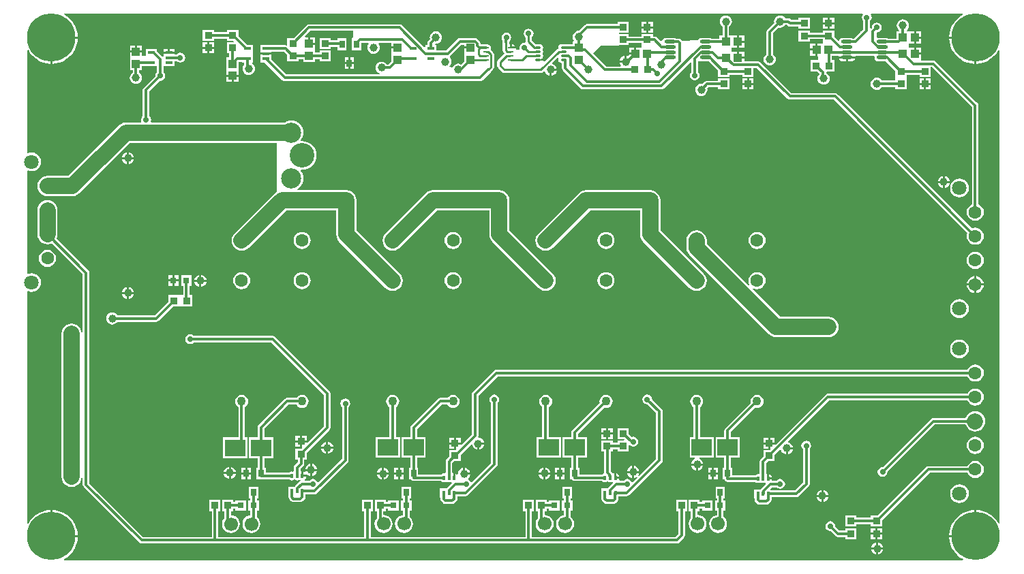
<source format=gtl>
G04*
G04 #@! TF.GenerationSoftware,Altium Limited,Altium Designer,18.1.11 (251)*
G04*
G04 Layer_Physical_Order=1*
G04 Layer_Color=255*
%FSLAX25Y25*%
%MOIN*%
G70*
G01*
G75*
%ADD10C,0.00984*%
%ADD15R,0.02559X0.03740*%
%ADD16R,0.03543X0.03347*%
%ADD17C,0.07874*%
%ADD18R,0.03347X0.03543*%
%ADD19R,0.01654X0.02362*%
%ADD20O,0.01654X0.02362*%
%ADD21R,0.03150X0.03150*%
%ADD22R,0.09843X0.08071*%
%ADD23O,0.05709X0.01772*%
%ADD24R,0.03347X0.01378*%
%ADD25R,0.03347X0.01575*%
%ADD26O,0.02953X0.00984*%
%ADD27O,0.03150X0.01378*%
%ADD28R,0.03937X0.04134*%
%ADD29R,0.04134X0.03937*%
%ADD52C,0.07874*%
%ADD53C,0.01181*%
%ADD54C,0.01102*%
%ADD55C,0.01063*%
%ADD56C,0.06693*%
%ADD57C,0.09843*%
%ADD58C,0.12008*%
%ADD59C,0.06299*%
%ADD60C,0.04331*%
%ADD61C,0.23622*%
%ADD62C,0.03937*%
%ADD63C,0.02756*%
%ADD64C,0.07087*%
G36*
X461459Y271153D02*
X459966Y270239D01*
X458433Y268929D01*
X457123Y267396D01*
X456070Y265677D01*
X455298Y263814D01*
X454827Y261853D01*
X454708Y260343D01*
X467520D01*
Y259842D01*
X468020D01*
Y247031D01*
X469530Y247150D01*
X471491Y247621D01*
X473354Y248393D01*
X475073Y249446D01*
X476607Y250756D01*
X477916Y252289D01*
X478831Y253782D01*
X479331Y253641D01*
Y21950D01*
X478831Y21809D01*
X477916Y23301D01*
X476607Y24835D01*
X475073Y26144D01*
X473354Y27198D01*
X471491Y27970D01*
X469530Y28440D01*
X468020Y28559D01*
Y15748D01*
X467520D01*
Y15248D01*
X454708D01*
X454827Y13738D01*
X455298Y11777D01*
X456070Y9914D01*
X457123Y8195D01*
X458433Y6661D01*
X459966Y5352D01*
X461459Y4437D01*
X461318Y3937D01*
X21950D01*
X21809Y4437D01*
X23301Y5352D01*
X24835Y6661D01*
X26144Y8195D01*
X27198Y9914D01*
X27970Y11777D01*
X28440Y13738D01*
X28559Y15248D01*
X15748D01*
Y15748D01*
X15248D01*
Y28559D01*
X13738Y28440D01*
X11777Y27970D01*
X9914Y27198D01*
X8195Y26144D01*
X6661Y24835D01*
X5352Y23301D01*
X4437Y21809D01*
X3937Y21950D01*
Y135474D01*
X4353Y135751D01*
X4877Y135534D01*
X6063Y135378D01*
X7249Y135534D01*
X8354Y135992D01*
X9303Y136720D01*
X10032Y137669D01*
X10489Y138775D01*
X10645Y139961D01*
X10489Y141147D01*
X10032Y142252D01*
X9303Y143201D01*
X8354Y143929D01*
X7249Y144387D01*
X6063Y144543D01*
X4877Y144387D01*
X4353Y144170D01*
X3937Y144448D01*
Y194529D01*
X4353Y194807D01*
X4877Y194589D01*
X6063Y194433D01*
X7249Y194589D01*
X8354Y195047D01*
X9303Y195775D01*
X10032Y196724D01*
X10489Y197830D01*
X10645Y199016D01*
X10489Y200202D01*
X10032Y201307D01*
X9303Y202256D01*
X8354Y202984D01*
X7249Y203442D01*
X6063Y203598D01*
X4877Y203442D01*
X4353Y203225D01*
X3937Y203503D01*
Y253641D01*
X4437Y253782D01*
X5352Y252289D01*
X6661Y250756D01*
X8195Y249446D01*
X9914Y248393D01*
X11777Y247621D01*
X13738Y247150D01*
X15248Y247031D01*
Y259842D01*
X15748D01*
Y260343D01*
X28559D01*
X28440Y261853D01*
X27970Y263814D01*
X27198Y265677D01*
X26144Y267396D01*
X24835Y268929D01*
X23301Y270239D01*
X21809Y271153D01*
X21950Y271654D01*
X412224D01*
X412491Y271153D01*
X412130Y270613D01*
X411945Y269685D01*
X412130Y268757D01*
X412656Y267971D01*
X412748Y267909D01*
Y264037D01*
X411507Y262795D01*
X411417D01*
Y262706D01*
X408109Y259397D01*
X407660D01*
X407429Y259552D01*
X406693Y259698D01*
X402756D01*
X402020Y259552D01*
X401396Y259135D01*
X400980Y258511D01*
X400967Y258447D01*
X400488Y258301D01*
X398441Y260349D01*
Y263402D01*
X392898D01*
Y262350D01*
X386630D01*
Y263402D01*
X381087D01*
Y258055D01*
X386630D01*
Y259107D01*
X392898D01*
Y256906D01*
X390264D01*
Y253937D01*
Y250969D01*
X390551Y250681D01*
Y248835D01*
X386992D01*
Y243291D01*
X390045D01*
X391158Y242178D01*
Y241839D01*
X390714Y241261D01*
X390415Y240539D01*
X390313Y239764D01*
X390415Y238989D01*
X390714Y238267D01*
X391190Y237647D01*
X391810Y237171D01*
X392532Y236872D01*
X393307Y236770D01*
X394082Y236872D01*
X394804Y237171D01*
X395424Y237647D01*
X395900Y238267D01*
X396199Y238989D01*
X396301Y239764D01*
X396199Y240539D01*
X395900Y241261D01*
X395424Y241881D01*
X394804Y242357D01*
X394546Y242464D01*
X394473Y242888D01*
X394810Y243291D01*
X398441D01*
Y248835D01*
X397389D01*
Y250969D01*
X398736D01*
Y251036D01*
X400559D01*
X400875Y250598D01*
X404724D01*
X408574D01*
X408890Y251036D01*
X417881D01*
X418243Y250536D01*
X418156Y250098D01*
X418302Y249363D01*
X418719Y248739D01*
X419343Y248322D01*
X420079Y248176D01*
X423743D01*
X428331Y243588D01*
Y238777D01*
X421826D01*
X421409Y239322D01*
X420788Y239798D01*
X420066Y240097D01*
X419291Y240199D01*
X418516Y240097D01*
X417794Y239798D01*
X417174Y239322D01*
X416698Y238702D01*
X416399Y237980D01*
X416297Y237205D01*
X416399Y236430D01*
X416698Y235708D01*
X417174Y235088D01*
X417794Y234612D01*
X418516Y234313D01*
X419291Y234211D01*
X420066Y234313D01*
X420788Y234612D01*
X421409Y235088D01*
X421751Y235534D01*
X428331D01*
Y234433D01*
X433874D01*
Y239779D01*
Y241587D01*
X440142D01*
Y240535D01*
X445685D01*
Y245410D01*
X446185Y245419D01*
X465792Y225812D01*
Y178226D01*
X465321Y178031D01*
X464454Y177365D01*
X463789Y176499D01*
X463371Y175489D01*
X463229Y174406D01*
X463371Y173323D01*
X463789Y172313D01*
X464454Y171446D01*
X465321Y170781D01*
X466331Y170363D01*
X467414Y170220D01*
X468497Y170363D01*
X469507Y170781D01*
X470373Y171446D01*
X471039Y172313D01*
X471457Y173323D01*
X471599Y174406D01*
X471457Y175489D01*
X471039Y176499D01*
X470373Y177365D01*
X469507Y178031D01*
X469036Y178226D01*
Y226732D01*
X468912Y227353D01*
X468561Y227879D01*
X468035Y228231D01*
X467942Y228249D01*
X447997Y248194D01*
X447471Y248546D01*
X446850Y248669D01*
X441422D01*
X441059Y249000D01*
Y251468D01*
X437992D01*
Y251969D01*
X437492D01*
Y254937D01*
X435039D01*
Y256874D01*
X437492D01*
Y259842D01*
Y262811D01*
X433852D01*
X433787Y263311D01*
X434204Y263631D01*
X434680Y264251D01*
X434979Y264973D01*
X435081Y265748D01*
X434979Y266523D01*
X434680Y267245D01*
X434204Y267865D01*
X433584Y268341D01*
X432862Y268640D01*
X432087Y268742D01*
X431312Y268640D01*
X430589Y268341D01*
X429969Y267865D01*
X429494Y267245D01*
X429194Y266523D01*
X429093Y265748D01*
X429194Y264973D01*
X429494Y264251D01*
X429969Y263631D01*
X430386Y263311D01*
X430321Y262811D01*
X429020D01*
Y259397D01*
X424983D01*
X424752Y259552D01*
X424016Y259698D01*
X420079D01*
X419791Y259641D01*
X419291Y260051D01*
Y262339D01*
X419753Y262431D01*
X420219Y262524D01*
X421006Y263049D01*
X421531Y263836D01*
X421716Y264764D01*
X421531Y265692D01*
X421006Y266478D01*
X420219Y267004D01*
X419291Y267188D01*
X418364Y267004D01*
X417577Y266478D01*
X417051Y265692D01*
X416867Y264764D01*
X416889Y264654D01*
X416492Y264258D01*
X415992Y264465D01*
Y267909D01*
X416084Y267971D01*
X416610Y268757D01*
X416795Y269685D01*
X416610Y270613D01*
X416249Y271153D01*
X416516Y271654D01*
X461318D01*
X461459Y271153D01*
D02*
G37*
%LPC*%
G36*
X398441Y269504D02*
X396169D01*
Y267331D01*
X398441D01*
Y269504D01*
D02*
G37*
G36*
X395169D02*
X392898D01*
Y267331D01*
X395169D01*
Y269504D01*
D02*
G37*
G36*
X309858Y267535D02*
X307587D01*
Y265362D01*
X309858D01*
Y267535D01*
D02*
G37*
G36*
X306587D02*
X304315D01*
Y265362D01*
X306587D01*
Y267535D01*
D02*
G37*
G36*
X398441Y266331D02*
X396169D01*
Y264158D01*
X398441D01*
Y266331D01*
D02*
G37*
G36*
X395169D02*
X392898D01*
Y264158D01*
X395169D01*
Y266331D01*
D02*
G37*
G36*
X372047Y270711D02*
X371272Y270609D01*
X370550Y270309D01*
X369930Y269834D01*
X369454Y269214D01*
X369155Y268492D01*
X369053Y267717D01*
X369135Y267097D01*
X365782Y263745D01*
X365431Y263219D01*
X365307Y262598D01*
Y251710D01*
X364812Y251330D01*
X364336Y250710D01*
X364037Y249988D01*
X363935Y249213D01*
X364037Y248438D01*
X364336Y247715D01*
X364812Y247095D01*
X365432Y246620D01*
X366154Y246321D01*
X366929Y246218D01*
X367704Y246321D01*
X368426Y246620D01*
X369046Y247095D01*
X369522Y247715D01*
X369821Y248438D01*
X369923Y249213D01*
X369821Y249988D01*
X369522Y250710D01*
X369046Y251330D01*
X368551Y251710D01*
Y261927D01*
X371428Y264804D01*
X372047Y264722D01*
X372822Y264824D01*
X373544Y265124D01*
X374164Y265599D01*
X374545Y266095D01*
X375312D01*
X375723Y265684D01*
X376250Y265333D01*
X376870Y265209D01*
X381087D01*
Y264158D01*
X386630D01*
Y269504D01*
X381087D01*
Y268452D01*
X377542D01*
X377131Y268863D01*
X376605Y269215D01*
X375984Y269338D01*
X374545D01*
X374164Y269834D01*
X373544Y270309D01*
X372822Y270609D01*
X372047Y270711D01*
D02*
G37*
G36*
X107102Y263598D02*
X101559D01*
Y262547D01*
X95291D01*
Y263598D01*
X89748D01*
Y258252D01*
X95291D01*
Y259303D01*
X101559D01*
Y258252D01*
X104744D01*
X104967Y257973D01*
X104757Y257496D01*
X101559D01*
Y252150D01*
X102709D01*
Y250114D01*
X101362D01*
Y243980D01*
Y241642D01*
X107299D01*
Y243980D01*
Y247788D01*
X109039D01*
Y247622D01*
X109845D01*
Y246388D01*
X109612Y246084D01*
X109313Y245362D01*
X109211Y244587D01*
X109313Y243812D01*
X109612Y243090D01*
X110088Y242470D01*
X110708Y241994D01*
X111430Y241694D01*
X112205Y241593D01*
X112980Y241694D01*
X113702Y241994D01*
X114322Y242470D01*
X114798Y243090D01*
X115097Y243812D01*
X115199Y244587D01*
X115097Y245362D01*
X114798Y246084D01*
X114322Y246704D01*
X113777Y247122D01*
X113810Y247407D01*
X113913Y247622D01*
X114386D01*
Y251197D01*
Y256315D01*
X111333D01*
X107102Y260545D01*
Y263598D01*
D02*
G37*
G36*
X309858Y264362D02*
X307587D01*
Y262189D01*
X309858D01*
Y264362D01*
D02*
G37*
G36*
X306587D02*
X304315D01*
Y262189D01*
X306587D01*
Y264362D01*
D02*
G37*
G36*
X441059Y262811D02*
X438492D01*
Y260343D01*
X441059D01*
Y262811D01*
D02*
G37*
G36*
X345472Y270711D02*
X344697Y270609D01*
X343975Y270309D01*
X343355Y269834D01*
X342880Y269214D01*
X342580Y268492D01*
X342478Y267717D01*
X342580Y266942D01*
X342880Y266219D01*
X343355Y265599D01*
X343851Y265219D01*
Y260842D01*
X342406D01*
Y259397D01*
X338369D01*
X338137Y259552D01*
X337402Y259698D01*
X333465D01*
X332729Y259552D01*
X332105Y259135D01*
X331688Y258511D01*
X324181Y258230D01*
X323489Y258922D01*
X322963Y259274D01*
X322342Y259397D01*
X321046D01*
X320815Y259552D01*
X320079Y259698D01*
X316142D01*
X315406Y259552D01*
X314782Y259135D01*
X314365Y258511D01*
X314285Y258106D01*
X313742Y257941D01*
X311777Y259907D01*
X311250Y260258D01*
X310630Y260382D01*
X309858D01*
Y261433D01*
X304315D01*
Y260382D01*
X298047D01*
Y261433D01*
X293307D01*
Y262189D01*
X298047D01*
Y267535D01*
X292504D01*
Y266484D01*
X277658D01*
X277037Y266360D01*
X276511Y266009D01*
X273706Y263204D01*
X273622Y263215D01*
X272847Y263113D01*
X272125Y262813D01*
X271505Y262338D01*
X271029Y261718D01*
X270730Y260995D01*
X270628Y260221D01*
X270730Y259446D01*
X271029Y258723D01*
X271210Y258488D01*
X270963Y257988D01*
X270654D01*
Y256543D01*
X267532D01*
X267028Y256643D01*
X265256D01*
X264597Y256512D01*
X264038Y256139D01*
X263665Y255580D01*
X263534Y254921D01*
X263629Y254444D01*
X263197Y254358D01*
X262704Y254029D01*
X257376Y248700D01*
X257018Y248357D01*
X256414D01*
X256284Y248516D01*
X253543D01*
Y249262D01*
X254429D01*
X255088Y249393D01*
X255272Y249516D01*
X256052D01*
X256020Y249675D01*
X255803Y250000D01*
X256020Y250325D01*
X256151Y250984D01*
X256020Y251643D01*
X255803Y251969D01*
X256020Y252294D01*
X256151Y252953D01*
X256020Y253612D01*
X255803Y253937D01*
X256020Y254262D01*
X256151Y254921D01*
X256020Y255580D01*
X255647Y256139D01*
X255088Y256512D01*
X254429Y256643D01*
X252658D01*
X252441Y256600D01*
X250537Y258504D01*
Y259968D01*
X250730Y260097D01*
X251256Y260883D01*
X251440Y261811D01*
X251256Y262739D01*
X250730Y263525D01*
X249944Y264051D01*
X249016Y264236D01*
X248088Y264051D01*
X247301Y263525D01*
X246776Y262739D01*
X246591Y261811D01*
X246776Y260883D01*
X247301Y260097D01*
X247494Y259968D01*
Y257874D01*
X247517Y257762D01*
X247091Y257337D01*
X247047Y257346D01*
X246119Y257161D01*
X245333Y256636D01*
X244807Y255849D01*
X244623Y254921D01*
X244730Y254380D01*
X244413Y253993D01*
X243114D01*
X243013Y254088D01*
X242817Y254421D01*
X241605D01*
X241339Y254474D01*
X240354D01*
Y254921D01*
X239854D01*
Y256443D01*
X239475D01*
Y257377D01*
X239515Y257579D01*
Y257869D01*
X239903Y258128D01*
X240429Y258915D01*
X240614Y259842D01*
X240429Y260770D01*
X239903Y261557D01*
X239117Y262083D01*
X238189Y262267D01*
X237261Y262083D01*
X236475Y261557D01*
X235949Y260770D01*
X235764Y259842D01*
X235949Y258915D01*
X236272Y258431D01*
Y257579D01*
X236312Y257377D01*
Y253645D01*
X236433Y253039D01*
X236775Y252526D01*
X236861Y252469D01*
X237127Y252203D01*
X237113Y252060D01*
X234160Y249107D01*
X233831Y248614D01*
X233715Y248031D01*
Y246063D01*
X233831Y245481D01*
X234160Y244987D01*
X236129Y243019D01*
X236129Y243019D01*
X236623Y242689D01*
X237205Y242573D01*
X254921D01*
X255504Y242689D01*
X255997Y243019D01*
X256475Y243496D01*
X256619Y243447D01*
X256966Y243281D01*
X257249Y242597D01*
X257725Y241977D01*
X258346Y241501D01*
X259068Y241202D01*
X259343Y241166D01*
Y244094D01*
X259842D01*
Y244595D01*
X262771D01*
X262735Y244869D01*
X262436Y245592D01*
X261960Y246212D01*
X261340Y246688D01*
X260656Y246971D01*
X260490Y247318D01*
X260440Y247462D01*
X262961Y249983D01*
X263565Y249880D01*
X263658Y249689D01*
X263657Y249637D01*
X263534Y249016D01*
X263665Y248357D01*
X264038Y247798D01*
X264597Y247425D01*
X265256Y247294D01*
X265307D01*
Y244783D01*
X265431Y244163D01*
X265782Y243637D01*
X274444Y234975D01*
X274970Y234624D01*
X275590Y234500D01*
X314075D01*
X314695Y234624D01*
X315222Y234975D01*
X328231Y247985D01*
X328693Y247794D01*
Y243115D01*
X328601Y243053D01*
X328075Y242266D01*
X327890Y241339D01*
X328075Y240411D01*
X328601Y239624D01*
X329387Y239099D01*
X330315Y238914D01*
X331243Y239099D01*
X332029Y239624D01*
X332555Y240411D01*
X332739Y241339D01*
X332555Y242266D01*
X332029Y243053D01*
X331937Y243115D01*
Y248250D01*
X332437Y248517D01*
X332729Y248322D01*
X333465Y248176D01*
X337129D01*
X341717Y243588D01*
Y240535D01*
X347260D01*
Y241587D01*
X353528D01*
Y240535D01*
X359071D01*
Y244835D01*
X360746D01*
X375625Y229956D01*
X376151Y229604D01*
X376772Y229481D01*
X398235D01*
X463566Y164149D01*
X463371Y163678D01*
X463229Y162595D01*
X463371Y161512D01*
X463789Y160502D01*
X464454Y159635D01*
X465321Y158970D01*
X466331Y158552D01*
X467414Y158409D01*
X468497Y158552D01*
X469507Y158970D01*
X470373Y159635D01*
X471039Y160502D01*
X471457Y161512D01*
X471599Y162595D01*
X471457Y163678D01*
X471039Y164688D01*
X470373Y165554D01*
X469507Y166219D01*
X468497Y166638D01*
X467414Y166780D01*
X466331Y166638D01*
X465860Y166443D01*
X400053Y232249D01*
X399527Y232601D01*
X398906Y232724D01*
X377443D01*
X362564Y247603D01*
X362038Y247955D01*
X361417Y248078D01*
X354445D01*
Y249500D01*
X351378D01*
Y250000D01*
X350878D01*
Y252969D01*
X348425D01*
Y254906D01*
X350878D01*
Y257874D01*
Y260842D01*
X347094D01*
Y265219D01*
X347590Y265599D01*
X348065Y266219D01*
X348364Y266942D01*
X348467Y267717D01*
X348364Y268492D01*
X348065Y269214D01*
X347590Y269834D01*
X346970Y270309D01*
X346247Y270609D01*
X345472Y270711D01*
D02*
G37*
G36*
X354445Y260842D02*
X351878D01*
Y258374D01*
X354445D01*
Y260842D01*
D02*
G37*
G36*
X144701Y259957D02*
X142232D01*
Y257390D01*
X144701D01*
Y259957D01*
D02*
G37*
G36*
X441059Y259343D02*
X438492D01*
Y256874D01*
X441059D01*
Y259343D01*
D02*
G37*
G36*
X241339Y256443D02*
X240854D01*
Y255421D01*
X242760D01*
X242744Y255504D01*
X242414Y255997D01*
X241921Y256327D01*
X241339Y256443D01*
D02*
G37*
G36*
X95291Y257496D02*
X93020D01*
Y255323D01*
X95291D01*
Y257496D01*
D02*
G37*
G36*
X92020D02*
X89748D01*
Y255323D01*
X92020D01*
Y257496D01*
D02*
G37*
G36*
X354445Y257374D02*
X351878D01*
Y254906D01*
X354445D01*
Y257374D01*
D02*
G37*
G36*
X389264Y256906D02*
X386697D01*
Y254437D01*
X389264D01*
Y256906D01*
D02*
G37*
G36*
X152378Y259661D02*
X146835D01*
Y254315D01*
X152378D01*
Y255366D01*
X155535D01*
Y253724D01*
X160094D01*
Y259465D01*
X155535D01*
Y258610D01*
X152378D01*
Y259661D01*
D02*
G37*
G36*
X60055Y256020D02*
X57587D01*
Y253453D01*
X60055D01*
Y256020D01*
D02*
G37*
G36*
X56587D02*
X54118D01*
Y253453D01*
X56587D01*
Y256020D01*
D02*
G37*
G36*
X75902Y254248D02*
X73728D01*
Y253059D01*
X75902D01*
Y254248D01*
D02*
G37*
G36*
X72728D02*
X70555D01*
Y253059D01*
X72728D01*
Y254248D01*
D02*
G37*
G36*
X441059Y254937D02*
X438492D01*
Y252468D01*
X441059D01*
Y254937D01*
D02*
G37*
G36*
X95291Y254323D02*
X93020D01*
Y252150D01*
X95291D01*
Y254323D01*
D02*
G37*
G36*
X92020D02*
X89748D01*
Y252150D01*
X92020D01*
Y254323D01*
D02*
G37*
G36*
X67240Y254248D02*
X61894D01*
Y251437D01*
X61779Y250984D01*
X61270D01*
X61270Y250984D01*
Y250984D01*
X60055D01*
Y252453D01*
X54118D01*
Y249886D01*
Y243980D01*
X55465D01*
Y242655D01*
X54969Y242275D01*
X54494Y241654D01*
X54194Y240932D01*
X54093Y240158D01*
X54194Y239383D01*
X54494Y238660D01*
X54969Y238040D01*
X55589Y237564D01*
X56312Y237265D01*
X57087Y237163D01*
X57862Y237265D01*
X58584Y237564D01*
X59204Y238040D01*
X59680Y238660D01*
X59979Y239383D01*
X60081Y240158D01*
X59979Y240932D01*
X59680Y241654D01*
X59204Y242275D01*
X58708Y242655D01*
Y243980D01*
X60055D01*
Y245819D01*
X61894D01*
Y245752D01*
X67240D01*
X67276Y245267D01*
Y242918D01*
X67183Y242856D01*
X66658Y242070D01*
X66473Y241142D01*
X66495Y241032D01*
X60861Y235399D01*
X60510Y234873D01*
X60386Y234252D01*
Y221477D01*
X60294Y221415D01*
X59768Y220629D01*
X59583Y219701D01*
X59750Y218865D01*
X59485Y218365D01*
X52264D01*
X50975Y218196D01*
X49774Y217698D01*
X48743Y216907D01*
X48743Y216907D01*
X36990Y205154D01*
X36144Y204505D01*
X36144Y204505D01*
X23823Y192184D01*
X13780D01*
X12491Y192015D01*
X11290Y191517D01*
X10258Y190726D01*
X9467Y189694D01*
X8970Y188494D01*
X8800Y187205D01*
X8970Y185916D01*
X9467Y184715D01*
X10258Y183684D01*
X11290Y182892D01*
X12491Y182395D01*
X13780Y182225D01*
X25886D01*
X25886Y182225D01*
X27175Y182395D01*
X28376Y182892D01*
X29407Y183684D01*
X42537Y196814D01*
X43383Y197463D01*
X54326Y208406D01*
X125846D01*
X125984Y208268D01*
Y185433D01*
X125956Y184549D01*
X125742Y184365D01*
X124924Y183738D01*
X124924Y183738D01*
X105239Y164053D01*
X104447Y163021D01*
X103950Y161820D01*
X103780Y160531D01*
X103950Y159243D01*
X104447Y158042D01*
X105239Y157010D01*
X106270Y156219D01*
X107471Y155722D01*
X108760Y155552D01*
X110049Y155722D01*
X111250Y156219D01*
X112281Y157010D01*
X130508Y175237D01*
X154961D01*
Y163484D01*
X154961Y163484D01*
X155131Y162195D01*
X155629Y160995D01*
X156420Y159963D01*
X179058Y137325D01*
X180089Y136534D01*
X181290Y136037D01*
X182579Y135867D01*
X183868Y136037D01*
X185069Y136534D01*
X186100Y137325D01*
X186891Y138357D01*
X187389Y139558D01*
X187558Y140847D01*
X187389Y142135D01*
X186891Y143336D01*
X186100Y144368D01*
X164921Y165547D01*
Y180217D01*
X164751Y181505D01*
X164253Y182706D01*
X163462Y183738D01*
X162431Y184529D01*
X161230Y185027D01*
X159941Y185196D01*
X135938D01*
X135812Y185696D01*
X136377Y185998D01*
X137278Y186738D01*
X138018Y187639D01*
X138568Y188668D01*
X138906Y189784D01*
X139021Y190945D01*
X138906Y192106D01*
X138568Y193222D01*
X138018Y194251D01*
X137655Y194693D01*
X137910Y195170D01*
X138347Y195127D01*
X139719Y195263D01*
X141040Y195663D01*
X142256Y196314D01*
X143323Y197189D01*
X144198Y198255D01*
X144849Y199472D01*
X145249Y200792D01*
X145384Y202165D01*
X145249Y203538D01*
X144849Y204859D01*
X144198Y206075D01*
X143323Y207142D01*
X142256Y208017D01*
X141040Y208667D01*
X139719Y209068D01*
X138347Y209203D01*
X137910Y209160D01*
X137655Y209637D01*
X138018Y210080D01*
X138568Y211109D01*
X138906Y212225D01*
X139021Y213386D01*
X138906Y214547D01*
X138568Y215663D01*
X138018Y216691D01*
X137278Y217593D01*
X136377Y218333D01*
X135348Y218883D01*
X134232Y219221D01*
X133071Y219336D01*
X131910Y219221D01*
X130794Y218883D01*
X129826Y218365D01*
X64531D01*
X64266Y218865D01*
X64432Y219701D01*
X64248Y220629D01*
X63722Y221415D01*
X63630Y221477D01*
Y233580D01*
X68788Y238739D01*
X68898Y238717D01*
X69826Y238902D01*
X70612Y239427D01*
X71138Y240214D01*
X71322Y241142D01*
X71138Y242070D01*
X70612Y242856D01*
X70519Y242918D01*
Y245267D01*
X70555Y245752D01*
X71019Y245752D01*
X75902D01*
Y248378D01*
X76964D01*
X77026Y248286D01*
X77812Y247760D01*
X78740Y247575D01*
X79668Y247760D01*
X80455Y248286D01*
X80980Y249072D01*
X81165Y250000D01*
X80980Y250928D01*
X80455Y251714D01*
X79668Y252240D01*
X78740Y252425D01*
X77812Y252240D01*
X77026Y251714D01*
X76964Y251622D01*
X75902D01*
Y252059D01*
X73228D01*
X70555D01*
Y250495D01*
X70055Y250343D01*
X70044Y250359D01*
X67240Y253164D01*
Y254248D01*
D02*
G37*
G36*
X389264Y253437D02*
X386697D01*
Y250969D01*
X389264D01*
Y253437D01*
D02*
G37*
G36*
X354445Y252969D02*
X351878D01*
Y250500D01*
X354445D01*
Y252969D01*
D02*
G37*
G36*
X408516Y249598D02*
X405224D01*
Y248176D01*
X406693D01*
X407429Y248322D01*
X408052Y248739D01*
X408469Y249363D01*
X408516Y249598D01*
D02*
G37*
G36*
X404224D02*
X400933D01*
X400980Y249363D01*
X401396Y248739D01*
X402020Y248322D01*
X402756Y248176D01*
X404224D01*
Y249598D01*
D02*
G37*
G36*
X163697Y250213D02*
X161917D01*
Y247843D01*
X163697D01*
Y250213D01*
D02*
G37*
G36*
X160917D02*
X159138D01*
Y247843D01*
X160917D01*
Y250213D01*
D02*
G37*
G36*
X467020Y259343D02*
X454708D01*
X454827Y257832D01*
X455298Y255872D01*
X456070Y254009D01*
X457123Y252289D01*
X458433Y250756D01*
X459966Y249446D01*
X461686Y248393D01*
X463549Y247621D01*
X465509Y247150D01*
X467020Y247031D01*
Y259343D01*
D02*
G37*
G36*
X28559D02*
X16248D01*
Y247031D01*
X17758Y247150D01*
X19719Y247621D01*
X21582Y248393D01*
X23301Y249446D01*
X24835Y250756D01*
X26144Y252289D01*
X27198Y254009D01*
X27970Y255872D01*
X28440Y257832D01*
X28559Y259343D01*
D02*
G37*
G36*
X186038Y266386D02*
X141732D01*
X141112Y266262D01*
X140586Y265911D01*
X134336Y259661D01*
X131087D01*
Y256349D01*
X130587Y256056D01*
X130118Y256149D01*
X123244D01*
Y256315D01*
X117898D01*
Y252740D01*
Y252468D01*
X120571D01*
X123244D01*
Y252906D01*
X129446D01*
X131087Y251266D01*
Y248213D01*
X136630D01*
Y249264D01*
X138764D01*
Y247917D01*
X144701D01*
Y249264D01*
X146835D01*
Y248213D01*
X152378D01*
Y253559D01*
X146835D01*
Y252507D01*
X144701D01*
Y253823D01*
Y256390D01*
X141732D01*
Y256890D01*
X141232D01*
Y259957D01*
X139872D01*
X139681Y260419D01*
X142404Y263142D01*
X163386D01*
Y260110D01*
X162740Y259465D01*
Y253724D01*
X167299D01*
Y257171D01*
X167365Y257237D01*
X170633D01*
X170880Y256737D01*
X170635Y256418D01*
X170336Y255696D01*
X170234Y254921D01*
X170336Y254146D01*
X170635Y253424D01*
X171111Y252804D01*
X171731Y252328D01*
X172453Y252029D01*
X173228Y251927D01*
X174003Y252029D01*
X174725Y252328D01*
X175346Y252804D01*
X175821Y253424D01*
X176120Y254146D01*
X176223Y254921D01*
X176120Y255696D01*
X175821Y256418D01*
X175577Y256737D01*
X175824Y257237D01*
X182071D01*
Y255421D01*
X185039D01*
Y254421D01*
X182071D01*
Y251854D01*
Y248341D01*
X180431Y246701D01*
X179663D01*
X179282Y247196D01*
X178662Y247672D01*
X177940Y247971D01*
X177165Y248073D01*
X176390Y247971D01*
X175668Y247672D01*
X175048Y247196D01*
X174572Y246576D01*
X174273Y245854D01*
X174171Y245079D01*
X174273Y244304D01*
X174572Y243582D01*
X175048Y242962D01*
X175668Y242486D01*
X176167Y242279D01*
X176067Y241779D01*
X130495D01*
X123244Y249030D01*
Y251468D01*
X120571D01*
X117898D01*
Y250181D01*
Y247622D01*
X120065D01*
X128676Y239011D01*
X129202Y238659D01*
X129823Y238536D01*
X225394D01*
X226014Y238659D01*
X226540Y239011D01*
X230477Y242948D01*
X230592Y243119D01*
X231729Y244256D01*
X232071Y244769D01*
X232192Y245374D01*
X232172Y245475D01*
Y251596D01*
X232053Y252193D01*
X231714Y252700D01*
X231543Y252814D01*
X230331Y254027D01*
X230539Y254339D01*
X230655Y254921D01*
X230539Y255504D01*
X230210Y255997D01*
X229716Y256327D01*
X229134Y256443D01*
X228654D01*
X228150Y256543D01*
X225573D01*
X225497Y256620D01*
Y256946D01*
X225373Y257567D01*
X225022Y258093D01*
X223995Y259119D01*
X223469Y259471D01*
X222849Y259594D01*
X215509D01*
X214888Y259471D01*
X214362Y259119D01*
X208833Y253590D01*
X203854D01*
Y256217D01*
X203612D01*
X203380Y256716D01*
X203544Y256912D01*
X203689Y256893D01*
X204463Y256995D01*
X205186Y257294D01*
X205806Y257770D01*
X206281Y258390D01*
X206581Y259112D01*
X206683Y259887D01*
X206581Y260662D01*
X206281Y261384D01*
X205806Y262004D01*
X205186Y262480D01*
X204463Y262779D01*
X203689Y262881D01*
X202914Y262779D01*
X202191Y262480D01*
X201571Y262004D01*
X201096Y261384D01*
X200796Y260662D01*
X200694Y259887D01*
X200796Y259112D01*
X200825Y259042D01*
X200034Y258252D01*
X199683Y257725D01*
X199559Y257105D01*
Y256217D01*
X198508D01*
Y255240D01*
X198046Y255049D01*
X187184Y265911D01*
X186658Y266262D01*
X186038Y266386D01*
D02*
G37*
G36*
X163697Y246843D02*
X161917D01*
Y244472D01*
X163697D01*
Y246843D01*
D02*
G37*
G36*
X160917D02*
X159138D01*
Y244472D01*
X160917D01*
Y246843D01*
D02*
G37*
G36*
X262771Y243595D02*
X260343D01*
Y241166D01*
X260617Y241202D01*
X261340Y241501D01*
X261960Y241977D01*
X262436Y242597D01*
X262735Y243320D01*
X262771Y243595D01*
D02*
G37*
G36*
X107299Y240642D02*
X104831D01*
Y238075D01*
X107299D01*
Y240642D01*
D02*
G37*
G36*
X103831D02*
X101362D01*
Y238075D01*
X103831D01*
Y240642D01*
D02*
G37*
G36*
X359071Y239779D02*
X356799D01*
Y237606D01*
X359071D01*
Y239779D01*
D02*
G37*
G36*
X445685D02*
X443413D01*
Y237606D01*
X445685D01*
Y239779D01*
D02*
G37*
G36*
X442413D02*
X440142D01*
Y237606D01*
X442413D01*
Y239779D01*
D02*
G37*
G36*
X355799D02*
X353528D01*
Y237606D01*
X355799D01*
Y239779D01*
D02*
G37*
G36*
X347260D02*
X341717D01*
Y238728D01*
X336319D01*
X335698Y238605D01*
X335172Y238253D01*
X334084Y237165D01*
X333465Y237246D01*
X332690Y237144D01*
X331967Y236845D01*
X331347Y236369D01*
X330872Y235749D01*
X330573Y235027D01*
X330470Y234252D01*
X330573Y233477D01*
X330872Y232755D01*
X331347Y232135D01*
X331967Y231659D01*
X332690Y231360D01*
X333465Y231258D01*
X334240Y231360D01*
X334962Y231659D01*
X335582Y232135D01*
X336057Y232755D01*
X336357Y233477D01*
X336459Y234252D01*
X336377Y234871D01*
X336991Y235485D01*
X341717D01*
Y234433D01*
X347260D01*
Y239779D01*
D02*
G37*
G36*
X445685Y236606D02*
X443413D01*
Y234433D01*
X445685D01*
Y236606D01*
D02*
G37*
G36*
X442413D02*
X440142D01*
Y234433D01*
X442413D01*
Y236606D01*
D02*
G37*
G36*
X359071D02*
X356799D01*
Y234433D01*
X359071D01*
Y236606D01*
D02*
G37*
G36*
X355799D02*
X353528D01*
Y234433D01*
X355799D01*
Y236606D01*
D02*
G37*
G36*
X53650Y203716D02*
Y201287D01*
X56078D01*
X56042Y201562D01*
X55743Y202285D01*
X55267Y202905D01*
X54647Y203380D01*
X53925Y203679D01*
X53650Y203716D01*
D02*
G37*
G36*
X52650D02*
X52375Y203679D01*
X51652Y203380D01*
X51033Y202905D01*
X50557Y202285D01*
X50257Y201562D01*
X50221Y201287D01*
X52650D01*
Y203716D01*
D02*
G37*
G36*
X56078Y200287D02*
X53650D01*
Y197859D01*
X53925Y197895D01*
X54647Y198194D01*
X55267Y198670D01*
X55743Y199290D01*
X56042Y200012D01*
X56078Y200287D01*
D02*
G37*
G36*
X52650D02*
X50221D01*
X50257Y200012D01*
X50557Y199290D01*
X51033Y198670D01*
X51652Y198194D01*
X52375Y197895D01*
X52650Y197859D01*
Y200287D01*
D02*
G37*
G36*
X452527Y192085D02*
Y189656D01*
X454956D01*
X454919Y189931D01*
X454620Y190653D01*
X454144Y191273D01*
X453524Y191749D01*
X452802Y192048D01*
X452527Y192085D01*
D02*
G37*
G36*
X451527D02*
X451252Y192048D01*
X450530Y191749D01*
X449910Y191273D01*
X449434Y190653D01*
X449135Y189931D01*
X449099Y189656D01*
X451527D01*
Y192085D01*
D02*
G37*
G36*
X454956Y188656D02*
X452527D01*
Y186228D01*
X452802Y186264D01*
X453524Y186563D01*
X454144Y187039D01*
X454620Y187659D01*
X454919Y188381D01*
X454956Y188656D01*
D02*
G37*
G36*
X451527D02*
X449099D01*
X449135Y188381D01*
X449434Y187659D01*
X449910Y187039D01*
X450530Y186563D01*
X451252Y186264D01*
X451527Y186228D01*
Y188656D01*
D02*
G37*
G36*
X459697Y190799D02*
X458511Y190643D01*
X457406Y190185D01*
X456457Y189457D01*
X455729Y188508D01*
X455271Y187403D01*
X455115Y186217D01*
X455271Y185031D01*
X455729Y183926D01*
X456457Y182977D01*
X457406Y182248D01*
X458511Y181790D01*
X459697Y181634D01*
X460883Y181790D01*
X461989Y182248D01*
X462938Y182977D01*
X463666Y183926D01*
X464124Y185031D01*
X464280Y186217D01*
X464124Y187403D01*
X463666Y188508D01*
X462938Y189457D01*
X461989Y190185D01*
X460883Y190643D01*
X459697Y190799D01*
D02*
G37*
G36*
X286910Y164717D02*
X285826Y164574D01*
X284817Y164156D01*
X283950Y163491D01*
X283285Y162624D01*
X282867Y161615D01*
X282724Y160531D01*
X282867Y159448D01*
X283285Y158439D01*
X283950Y157572D01*
X284817Y156907D01*
X285826Y156489D01*
X286910Y156346D01*
X287993Y156489D01*
X289002Y156907D01*
X289869Y157572D01*
X290534Y158439D01*
X290952Y159448D01*
X291095Y160531D01*
X290952Y161615D01*
X290534Y162624D01*
X289869Y163491D01*
X289002Y164156D01*
X287993Y164574D01*
X286910Y164717D01*
D02*
G37*
G36*
X360728Y164717D02*
X359645Y164574D01*
X358636Y164156D01*
X357769Y163491D01*
X357104Y162624D01*
X356686Y161615D01*
X356543Y160531D01*
X356686Y159448D01*
X357104Y158439D01*
X357769Y157572D01*
X358636Y156907D01*
X359645Y156489D01*
X360728Y156346D01*
X361812Y156489D01*
X362821Y156907D01*
X363688Y157572D01*
X364353Y158439D01*
X364771Y159448D01*
X364914Y160531D01*
X364771Y161615D01*
X364353Y162624D01*
X363688Y163491D01*
X362821Y164156D01*
X361812Y164574D01*
X360728Y164717D01*
D02*
G37*
G36*
X212106D02*
X211023Y164574D01*
X210014Y164156D01*
X209147Y163491D01*
X208482Y162624D01*
X208064Y161615D01*
X207921Y160531D01*
X208064Y159448D01*
X208482Y158439D01*
X209147Y157572D01*
X210014Y156907D01*
X211023Y156489D01*
X212106Y156346D01*
X213190Y156489D01*
X214199Y156907D01*
X215066Y157572D01*
X215731Y158439D01*
X216149Y159448D01*
X216292Y160531D01*
X216149Y161615D01*
X215731Y162624D01*
X215066Y163491D01*
X214199Y164156D01*
X213190Y164574D01*
X212106Y164717D01*
D02*
G37*
G36*
X138287D02*
X137204Y164574D01*
X136195Y164156D01*
X135328Y163491D01*
X134663Y162624D01*
X134245Y161615D01*
X134102Y160531D01*
X134245Y159448D01*
X134663Y158439D01*
X135328Y157572D01*
X136195Y156907D01*
X137204Y156489D01*
X138287Y156346D01*
X139371Y156489D01*
X140380Y156907D01*
X141247Y157572D01*
X141912Y158439D01*
X142330Y159448D01*
X142473Y160531D01*
X142330Y161615D01*
X141912Y162624D01*
X141247Y163491D01*
X140380Y164156D01*
X139371Y164574D01*
X138287Y164717D01*
D02*
G37*
G36*
X13780Y155957D02*
X12696Y155815D01*
X11687Y155396D01*
X10820Y154731D01*
X10155Y153864D01*
X9737Y152855D01*
X9594Y151772D01*
X9737Y150688D01*
X10155Y149679D01*
X10820Y148812D01*
X11687Y148147D01*
X12696Y147729D01*
X13780Y147586D01*
X14863Y147729D01*
X15872Y148147D01*
X16739Y148812D01*
X17404Y149679D01*
X17822Y150688D01*
X17965Y151772D01*
X17822Y152855D01*
X17404Y153864D01*
X16739Y154731D01*
X15872Y155396D01*
X14863Y155815D01*
X13780Y155957D01*
D02*
G37*
G36*
X467414Y154969D02*
X466331Y154827D01*
X465321Y154409D01*
X464454Y153743D01*
X463789Y152876D01*
X463371Y151867D01*
X463229Y150784D01*
X463371Y149701D01*
X463789Y148691D01*
X464454Y147824D01*
X465321Y147159D01*
X466331Y146741D01*
X467414Y146598D01*
X468497Y146741D01*
X469507Y147159D01*
X470373Y147824D01*
X471039Y148691D01*
X471457Y149701D01*
X471599Y150784D01*
X471457Y151867D01*
X471039Y152876D01*
X470373Y153743D01*
X469507Y154409D01*
X468497Y154827D01*
X467414Y154969D01*
D02*
G37*
G36*
X77969Y143520D02*
X75894D01*
Y141445D01*
X77969D01*
Y143520D01*
D02*
G37*
G36*
X74894D02*
X72819D01*
Y141445D01*
X74894D01*
Y143520D01*
D02*
G37*
G36*
X89083Y143676D02*
Y141248D01*
X91511D01*
X91475Y141523D01*
X91176Y142245D01*
X90700Y142865D01*
X90080Y143341D01*
X89358Y143640D01*
X89083Y143676D01*
D02*
G37*
G36*
X88083D02*
X87808Y143640D01*
X87086Y143341D01*
X86466Y142865D01*
X85990Y142245D01*
X85691Y141523D01*
X85654Y141248D01*
X88083D01*
Y143676D01*
D02*
G37*
G36*
X467914Y143092D02*
Y139473D01*
X471533D01*
X471457Y140056D01*
X471039Y141066D01*
X470373Y141932D01*
X469507Y142597D01*
X468497Y143016D01*
X467914Y143092D01*
D02*
G37*
G36*
X466914Y143092D02*
X466331Y143016D01*
X465321Y142597D01*
X464454Y141932D01*
X463789Y141066D01*
X463371Y140056D01*
X463294Y139473D01*
X466914D01*
Y143092D01*
D02*
G37*
G36*
X77969Y140445D02*
X75894D01*
Y138370D01*
X77969D01*
Y140445D01*
D02*
G37*
G36*
X74894D02*
X72819D01*
Y138370D01*
X74894D01*
Y140445D01*
D02*
G37*
G36*
X91511Y140248D02*
X89083D01*
Y137820D01*
X89358Y137856D01*
X90080Y138155D01*
X90700Y138631D01*
X91176Y139251D01*
X91475Y139973D01*
X91511Y140248D01*
D02*
G37*
G36*
X88083D02*
X85654D01*
X85691Y139973D01*
X85990Y139251D01*
X86466Y138631D01*
X87086Y138155D01*
X87808Y137856D01*
X88083Y137820D01*
Y140248D01*
D02*
G37*
G36*
X286910Y145032D02*
X285826Y144889D01*
X284817Y144471D01*
X283950Y143806D01*
X283285Y142939D01*
X282867Y141930D01*
X282724Y140847D01*
X282867Y139763D01*
X283285Y138754D01*
X283950Y137887D01*
X284817Y137222D01*
X285826Y136804D01*
X286910Y136661D01*
X287993Y136804D01*
X289002Y137222D01*
X289869Y137887D01*
X290534Y138754D01*
X290952Y139763D01*
X291095Y140847D01*
X290952Y141930D01*
X290534Y142939D01*
X289869Y143806D01*
X289002Y144471D01*
X287993Y144889D01*
X286910Y145032D01*
D02*
G37*
G36*
X331201Y165511D02*
X329912Y165341D01*
X328711Y164844D01*
X327680Y164053D01*
X326888Y163021D01*
X326391Y161820D01*
X326221Y160531D01*
Y156988D01*
X326221Y156988D01*
X326391Y155699D01*
X326888Y154498D01*
X327680Y153467D01*
X366558Y114589D01*
X366558Y114589D01*
X367589Y113798D01*
X368790Y113300D01*
X370079Y113131D01*
X395669D01*
X396958Y113300D01*
X398159Y113798D01*
X399190Y114589D01*
X399982Y115620D01*
X400479Y116821D01*
X400649Y118110D01*
X400479Y119399D01*
X399982Y120600D01*
X399190Y121631D01*
X398159Y122423D01*
X396958Y122920D01*
X395669Y123090D01*
X372141D01*
X358490Y136741D01*
X358774Y137165D01*
X359645Y136804D01*
X360728Y136661D01*
X361812Y136804D01*
X362821Y137222D01*
X363688Y137887D01*
X364353Y138754D01*
X364771Y139763D01*
X364914Y140847D01*
X364771Y141930D01*
X364353Y142939D01*
X363688Y143806D01*
X362821Y144471D01*
X361812Y144889D01*
X360728Y145032D01*
X359645Y144889D01*
X358636Y144471D01*
X357769Y143806D01*
X357104Y142939D01*
X356686Y141930D01*
X356543Y140847D01*
X356686Y139763D01*
X357047Y138892D01*
X356623Y138609D01*
X336180Y159051D01*
Y160531D01*
X336011Y161820D01*
X335513Y163021D01*
X334722Y164053D01*
X333691Y164844D01*
X332490Y165341D01*
X331201Y165511D01*
D02*
G37*
G36*
X212106Y145032D02*
X211023Y144889D01*
X210014Y144471D01*
X209147Y143806D01*
X208482Y142939D01*
X208064Y141930D01*
X207921Y140847D01*
X208064Y139763D01*
X208482Y138754D01*
X209147Y137887D01*
X210014Y137222D01*
X211023Y136804D01*
X212106Y136661D01*
X213190Y136804D01*
X214199Y137222D01*
X215066Y137887D01*
X215731Y138754D01*
X216149Y139763D01*
X216292Y140847D01*
X216149Y141930D01*
X215731Y142939D01*
X215066Y143806D01*
X214199Y144471D01*
X213190Y144889D01*
X212106Y145032D01*
D02*
G37*
G36*
X138287D02*
X137204Y144889D01*
X136195Y144471D01*
X135328Y143806D01*
X134663Y142939D01*
X134245Y141930D01*
X134102Y140847D01*
X134245Y139763D01*
X134663Y138754D01*
X135328Y137887D01*
X136195Y137222D01*
X137204Y136804D01*
X138287Y136661D01*
X139371Y136804D01*
X140380Y137222D01*
X141247Y137887D01*
X141912Y138754D01*
X142330Y139763D01*
X142473Y140847D01*
X142330Y141930D01*
X141912Y142939D01*
X141247Y143806D01*
X140380Y144471D01*
X139371Y144889D01*
X138287Y145032D01*
D02*
G37*
G36*
X108760D02*
X107677Y144889D01*
X106667Y144471D01*
X105800Y143806D01*
X105135Y142939D01*
X104717Y141930D01*
X104574Y140847D01*
X104717Y139763D01*
X105135Y138754D01*
X105800Y137887D01*
X106667Y137222D01*
X107677Y136804D01*
X108760Y136661D01*
X109843Y136804D01*
X110853Y137222D01*
X111719Y137887D01*
X112384Y138754D01*
X112803Y139763D01*
X112945Y140847D01*
X112803Y141930D01*
X112384Y142939D01*
X111719Y143806D01*
X110853Y144471D01*
X109843Y144889D01*
X108760Y145032D01*
D02*
G37*
G36*
X277067Y185196D02*
X275778Y185027D01*
X274577Y184529D01*
X273546Y183738D01*
X253861Y164053D01*
X253069Y163021D01*
X252572Y161820D01*
X252402Y160531D01*
X252572Y159243D01*
X253069Y158042D01*
X253861Y157010D01*
X254892Y156219D01*
X256093Y155722D01*
X257382Y155552D01*
X258671Y155722D01*
X259872Y156219D01*
X260903Y157010D01*
X279130Y175237D01*
X303583D01*
Y163484D01*
X303583Y163484D01*
X303753Y162195D01*
X304251Y160995D01*
X305042Y159963D01*
X327680Y137325D01*
X328711Y136534D01*
X329912Y136037D01*
X331201Y135867D01*
X332490Y136037D01*
X333691Y136534D01*
X334722Y137325D01*
X335513Y138357D01*
X336011Y139558D01*
X336180Y140847D01*
X336011Y142135D01*
X335513Y143336D01*
X334722Y144368D01*
X313543Y165547D01*
Y180217D01*
X313373Y181505D01*
X312876Y182706D01*
X312084Y183738D01*
X311053Y184529D01*
X309852Y185027D01*
X308563Y185196D01*
X277067D01*
X277067Y185196D01*
D02*
G37*
G36*
X234744Y185196D02*
X202264D01*
X200975Y185027D01*
X199774Y184529D01*
X198743Y183738D01*
X198743Y183738D01*
X179058Y164053D01*
X178266Y163021D01*
X177769Y161820D01*
X177599Y160531D01*
X177769Y159243D01*
X178266Y158042D01*
X179058Y157010D01*
X180089Y156219D01*
X181290Y155722D01*
X182579Y155552D01*
X183868Y155722D01*
X185069Y156219D01*
X186100Y157010D01*
X204326Y175237D01*
X229765D01*
Y163484D01*
X229765Y163484D01*
X229934Y162195D01*
X230432Y160995D01*
X231223Y159963D01*
X253861Y137325D01*
X254892Y136534D01*
X256093Y136037D01*
X257382Y135867D01*
X258671Y136037D01*
X259872Y136534D01*
X260903Y137325D01*
X261694Y138357D01*
X262192Y139558D01*
X262362Y140847D01*
X262192Y142135D01*
X261694Y143336D01*
X260903Y144368D01*
X239724Y165547D01*
Y180217D01*
X239554Y181505D01*
X239057Y182706D01*
X238265Y183738D01*
X237234Y184529D01*
X236033Y185027D01*
X234744Y185196D01*
D02*
G37*
G36*
X53650Y137771D02*
Y135343D01*
X56078D01*
X56042Y135617D01*
X55743Y136340D01*
X55267Y136960D01*
X54647Y137435D01*
X53925Y137735D01*
X53650Y137771D01*
D02*
G37*
G36*
X52650D02*
X52375Y137735D01*
X51652Y137435D01*
X51033Y136960D01*
X50557Y136340D01*
X50257Y135617D01*
X50221Y135343D01*
X52650D01*
Y137771D01*
D02*
G37*
G36*
X466914Y138473D02*
X463294D01*
X463371Y137890D01*
X463789Y136880D01*
X464454Y136013D01*
X465321Y135348D01*
X466331Y134930D01*
X466914Y134853D01*
Y138473D01*
D02*
G37*
G36*
X471533D02*
X467914D01*
Y134853D01*
X468497Y134930D01*
X469507Y135348D01*
X470373Y136013D01*
X471039Y136880D01*
X471457Y137890D01*
X471533Y138473D01*
D02*
G37*
G36*
X84268Y143520D02*
X79118D01*
Y138370D01*
X80120D01*
Y133776D01*
X79118D01*
Y133874D01*
X78362Y133874D01*
X77903Y133776D01*
X73016D01*
Y130624D01*
X66356Y123964D01*
X47970D01*
X47590Y124460D01*
X46970Y124935D01*
X46247Y125235D01*
X45472Y125337D01*
X44697Y125235D01*
X43975Y124935D01*
X43355Y124460D01*
X42880Y123840D01*
X42580Y123117D01*
X42478Y122343D01*
X42580Y121568D01*
X42880Y120845D01*
X43355Y120225D01*
X43975Y119749D01*
X44697Y119450D01*
X45472Y119348D01*
X46247Y119450D01*
X46970Y119749D01*
X47590Y120225D01*
X47970Y120721D01*
X67028D01*
X67648Y120844D01*
X68174Y121196D01*
X75211Y128232D01*
X78362Y128232D01*
X78618Y128287D01*
X79118Y128232D01*
X79118Y128232D01*
X84465D01*
Y133776D01*
X83364D01*
Y138370D01*
X84268D01*
Y143520D01*
D02*
G37*
G36*
X56078Y134343D02*
X53650D01*
Y131914D01*
X53925Y131950D01*
X54647Y132249D01*
X55267Y132725D01*
X55743Y133345D01*
X56042Y134068D01*
X56078Y134343D01*
D02*
G37*
G36*
X52650D02*
X50221D01*
X50257Y134068D01*
X50557Y133345D01*
X51033Y132725D01*
X51652Y132249D01*
X52375Y131950D01*
X52650Y131914D01*
Y134343D01*
D02*
G37*
G36*
X459697Y131744D02*
X458511Y131588D01*
X457406Y131130D01*
X456457Y130402D01*
X455729Y129453D01*
X455271Y128348D01*
X455115Y127162D01*
X455271Y125976D01*
X455729Y124871D01*
X456457Y123922D01*
X457406Y123193D01*
X458511Y122735D01*
X459697Y122579D01*
X460883Y122735D01*
X461989Y123193D01*
X462938Y123922D01*
X463666Y124871D01*
X464124Y125976D01*
X464280Y127162D01*
X464124Y128348D01*
X463666Y129453D01*
X462938Y130402D01*
X461989Y131130D01*
X460883Y131588D01*
X459697Y131744D01*
D02*
G37*
G36*
X13780Y180373D02*
X12491Y180204D01*
X11290Y179706D01*
X10258Y178915D01*
X9467Y177884D01*
X8970Y176682D01*
X8800Y175394D01*
Y163583D01*
X8970Y162294D01*
X9467Y161093D01*
X10258Y160062D01*
X11290Y159270D01*
X12491Y158773D01*
X13780Y158603D01*
X15068Y158773D01*
X15936Y159132D01*
X31056Y144013D01*
Y114987D01*
X30555Y114954D01*
X30400Y116131D01*
X29903Y117332D01*
X29112Y118364D01*
X28080Y119155D01*
X26879Y119652D01*
X25591Y119822D01*
X24302Y119652D01*
X23101Y119155D01*
X22069Y118364D01*
X21278Y117332D01*
X20781Y116131D01*
X20611Y114842D01*
Y104842D01*
Y94842D01*
Y84842D01*
Y74843D01*
Y64842D01*
Y54843D01*
Y44842D01*
X20781Y43554D01*
X21278Y42353D01*
X22069Y41321D01*
X23101Y40530D01*
X24302Y40033D01*
X25591Y39863D01*
X26879Y40033D01*
X28080Y40530D01*
X29112Y41321D01*
X29903Y42353D01*
X30400Y43554D01*
X30555Y44731D01*
X31056Y44698D01*
Y41043D01*
X31179Y40423D01*
X31530Y39897D01*
X58794Y12633D01*
X59320Y12281D01*
X59941Y12158D01*
X321555D01*
X322176Y12281D01*
X322702Y12633D01*
X325038Y14969D01*
X325390Y15495D01*
X325513Y16116D01*
Y28020D01*
X326565D01*
Y33563D01*
X321218D01*
Y28020D01*
X322270D01*
Y16788D01*
X320883Y15401D01*
X250710D01*
Y28020D01*
X251761D01*
Y33563D01*
X246415D01*
Y28020D01*
X247466D01*
Y15401D01*
X171970D01*
Y28020D01*
X173021D01*
Y33563D01*
X167675D01*
Y28020D01*
X168726D01*
Y15401D01*
X97364D01*
Y28020D01*
X98415D01*
Y33563D01*
X93068D01*
Y28020D01*
X94120D01*
Y15401D01*
X60613D01*
X34299Y41715D01*
Y144685D01*
X34175Y145306D01*
X33824Y145832D01*
X18230Y161426D01*
X18589Y162294D01*
X18759Y163583D01*
Y175394D01*
X18589Y176682D01*
X18092Y177884D01*
X17301Y178915D01*
X16269Y179706D01*
X15068Y180204D01*
X13780Y180373D01*
D02*
G37*
G36*
X459697Y112059D02*
X458511Y111903D01*
X457406Y111445D01*
X456457Y110717D01*
X455729Y109768D01*
X455271Y108663D01*
X455115Y107477D01*
X455271Y106291D01*
X455729Y105185D01*
X456457Y104236D01*
X457406Y103508D01*
X458511Y103050D01*
X459697Y102894D01*
X460883Y103050D01*
X461989Y103508D01*
X462938Y104236D01*
X463666Y105185D01*
X464124Y106291D01*
X464280Y107477D01*
X464124Y108663D01*
X463666Y109768D01*
X462938Y110717D01*
X461989Y111445D01*
X460883Y111903D01*
X459697Y112059D01*
D02*
G37*
G36*
X467414Y99851D02*
X466331Y99708D01*
X465321Y99290D01*
X464454Y98625D01*
X463789Y97758D01*
X463594Y97287D01*
X233363D01*
X232742Y97164D01*
X232216Y96812D01*
X221688Y86285D01*
X221336Y85758D01*
X221213Y85138D01*
Y65435D01*
X216324Y60547D01*
X215905Y60720D01*
X213591D01*
Y58380D01*
X213727Y58070D01*
X213503Y57791D01*
X210319D01*
Y54738D01*
X208991Y53411D01*
X208640Y52884D01*
X208516Y52264D01*
Y46870D01*
X208016Y46520D01*
X207579Y46607D01*
X206866Y46465D01*
X206262Y46061D01*
X206228Y46011D01*
X195095D01*
Y49292D01*
X194437D01*
Y54118D01*
X198736D01*
Y64189D01*
X194535D01*
Y68226D01*
X206479Y80170D01*
X209361D01*
X209849Y79534D01*
X210510Y79026D01*
X211280Y78707D01*
X212106Y78599D01*
X212933Y78707D01*
X213703Y79026D01*
X214364Y79534D01*
X214871Y80195D01*
X215190Y80965D01*
X215299Y81791D01*
X215190Y82618D01*
X214871Y83388D01*
X214364Y84049D01*
X213703Y84556D01*
X212933Y84875D01*
X212106Y84984D01*
X211280Y84875D01*
X210510Y84556D01*
X209849Y84049D01*
X209361Y83413D01*
X205807D01*
X205187Y83290D01*
X204660Y82938D01*
X191767Y70044D01*
X191415Y69518D01*
X191292Y68898D01*
Y64189D01*
X186894D01*
Y54118D01*
X191193D01*
Y49292D01*
X190535D01*
Y43552D01*
X191462D01*
X191668Y43243D01*
X192194Y42891D01*
X192815Y42768D01*
X206228D01*
X206262Y42718D01*
X206866Y42315D01*
X207579Y42173D01*
X208292Y42315D01*
X208858Y42693D01*
X209425Y42315D01*
X210138Y42173D01*
X210851Y42315D01*
X211098Y42480D01*
X211411Y42333D01*
X211496Y41775D01*
X209082Y39360D01*
X208901Y39091D01*
X205752D01*
Y34728D01*
X205957D01*
Y33957D01*
X206081Y33336D01*
X206432Y32810D01*
X207219Y32023D01*
X207746Y31671D01*
X208366Y31548D01*
X211713D01*
X212333Y31671D01*
X212859Y32023D01*
X213753Y32916D01*
X214105Y33443D01*
X214228Y34063D01*
Y35288D01*
X218273D01*
X218894Y35411D01*
X219420Y35763D01*
X233430Y49773D01*
X233782Y50299D01*
X233905Y50920D01*
Y80901D01*
X233998Y80963D01*
X234523Y81749D01*
X234708Y82677D01*
X234523Y83605D01*
X233998Y84392D01*
X233211Y84917D01*
X232283Y85102D01*
X231356Y84917D01*
X230569Y84392D01*
X230044Y83605D01*
X229859Y82677D01*
X230044Y81749D01*
X230569Y80963D01*
X230662Y80901D01*
Y51592D01*
X221225Y42155D01*
X220698Y42335D01*
X220218Y43053D01*
X219601Y43466D01*
X219518Y44032D01*
X219644Y44129D01*
X220120Y44749D01*
X220419Y45472D01*
X220455Y45746D01*
X217527D01*
Y46246D01*
X217027D01*
Y49175D01*
X216752Y49139D01*
X216030Y48839D01*
X215410Y48364D01*
X214934Y47743D01*
X214635Y47021D01*
X214533Y46246D01*
X214543Y46170D01*
X214062Y45989D01*
X214014Y46061D01*
X213410Y46465D01*
X213197Y46507D01*
Y44390D01*
X212197D01*
Y46564D01*
X211759Y46870D01*
Y51592D01*
X212612Y52445D01*
X215862D01*
Y55498D01*
X220967Y60602D01*
X221494Y60423D01*
X221517Y60249D01*
X221816Y59527D01*
X222292Y58907D01*
X222912Y58431D01*
X223635Y58131D01*
X223909Y58095D01*
Y61024D01*
X224410D01*
Y61524D01*
X227338D01*
X227302Y61799D01*
X227002Y62521D01*
X226527Y63141D01*
X225906Y63617D01*
X225184Y63916D01*
X224773Y63970D01*
X224404Y64493D01*
X224403Y64498D01*
X224456Y64764D01*
Y84466D01*
X234034Y94044D01*
X463594D01*
X463789Y93573D01*
X464454Y92706D01*
X465321Y92041D01*
X466331Y91623D01*
X467414Y91480D01*
X468497Y91623D01*
X469507Y92041D01*
X470373Y92706D01*
X471039Y93573D01*
X471457Y94582D01*
X471599Y95666D01*
X471457Y96749D01*
X471039Y97758D01*
X470373Y98625D01*
X469507Y99290D01*
X468497Y99708D01*
X467414Y99851D01*
D02*
G37*
G36*
X307087Y85102D02*
X306159Y84917D01*
X305372Y84392D01*
X304847Y83605D01*
X304662Y82677D01*
X304847Y81749D01*
X305372Y80963D01*
X306159Y80437D01*
X307087Y80253D01*
X307196Y80274D01*
X311370Y76100D01*
Y53560D01*
X303043Y45232D01*
X302666Y45563D01*
X302797Y45734D01*
X303096Y46456D01*
X303132Y46731D01*
X300704D01*
Y44302D01*
X300979Y44339D01*
X301701Y44638D01*
X301872Y44769D01*
X302202Y44392D01*
X299965Y42155D01*
X299438Y42335D01*
X298958Y43053D01*
X298172Y43579D01*
X297244Y43763D01*
X296316Y43579D01*
X295530Y43053D01*
X295468Y42960D01*
X293471D01*
X293185Y43460D01*
X293271Y43890D01*
X291437D01*
Y44390D01*
X290937D01*
Y46507D01*
X290724Y46465D01*
X290445Y46279D01*
X290234Y46366D01*
X289883Y46892D01*
X289122Y47653D01*
Y57268D01*
X290173D01*
Y58319D01*
X292504D01*
Y57268D01*
X298047D01*
Y60113D01*
X298547Y60250D01*
X299269Y59768D01*
X300197Y59583D01*
X301125Y59768D01*
X301911Y60294D01*
X302437Y61080D01*
X302621Y62008D01*
X302437Y62936D01*
X301911Y63722D01*
X301125Y64248D01*
X300197Y64432D01*
X299431Y64280D01*
X298047Y65663D01*
Y68717D01*
X292504D01*
Y63370D01*
X295688D01*
X295912Y63091D01*
X295702Y62614D01*
X292504D01*
Y61563D01*
X290173D01*
Y62614D01*
X284630D01*
Y57268D01*
X285878D01*
Y46982D01*
X285898Y46883D01*
X285620Y46468D01*
X285606Y46465D01*
X285002Y46061D01*
X284969Y46011D01*
X273835D01*
Y49292D01*
X273177D01*
Y54118D01*
X277476D01*
Y64189D01*
X273177D01*
Y65765D01*
X286115Y78703D01*
X286910Y78599D01*
X287736Y78707D01*
X288506Y79026D01*
X289167Y79534D01*
X289674Y80195D01*
X289993Y80965D01*
X290102Y81791D01*
X289993Y82618D01*
X289674Y83388D01*
X289167Y84049D01*
X288506Y84556D01*
X287736Y84875D01*
X286910Y84984D01*
X286083Y84875D01*
X285313Y84556D01*
X284652Y84049D01*
X284144Y83388D01*
X283826Y82618D01*
X283717Y81791D01*
X283821Y80997D01*
X270408Y67584D01*
X270057Y67058D01*
X269933Y66437D01*
Y64189D01*
X265634D01*
Y54118D01*
X269933D01*
Y49292D01*
X269276D01*
Y43552D01*
X270202D01*
X270408Y43243D01*
X270935Y42891D01*
X271555Y42768D01*
X284969D01*
X285002Y42718D01*
X285606Y42315D01*
X286319Y42173D01*
X287032Y42315D01*
X287598Y42693D01*
X288165Y42315D01*
X288878Y42173D01*
X289591Y42315D01*
X289838Y42480D01*
X290151Y42333D01*
X290236Y41775D01*
X287822Y39360D01*
X287641Y39091D01*
X284492D01*
Y34728D01*
X284697D01*
Y33957D01*
X284821Y33336D01*
X285172Y32810D01*
X285960Y32023D01*
X286486Y31671D01*
X287106Y31548D01*
X290453D01*
X291073Y31671D01*
X291599Y32023D01*
X292493Y32916D01*
X292845Y33443D01*
X292968Y34063D01*
Y35288D01*
X297013D01*
X297634Y35411D01*
X298160Y35763D01*
X314139Y51742D01*
X314490Y52268D01*
X314614Y52889D01*
Y76772D01*
X314490Y77392D01*
X314139Y77918D01*
X309489Y82568D01*
X309511Y82677D01*
X309327Y83605D01*
X308801Y84392D01*
X308014Y84917D01*
X307087Y85102D01*
D02*
G37*
G36*
X467414Y88040D02*
X466331Y87897D01*
X465321Y87479D01*
X464454Y86814D01*
X463789Y85947D01*
X463594Y85476D01*
X395371D01*
X394750Y85353D01*
X394224Y85001D01*
X369867Y60645D01*
X369686Y60720D01*
X367134D01*
Y58156D01*
X367172Y58070D01*
X366948Y57791D01*
X363862D01*
Y54738D01*
X362534Y53411D01*
X362183Y52884D01*
X362059Y52264D01*
Y46477D01*
X361559Y46126D01*
X361122Y46213D01*
X360409Y46071D01*
X359805Y45667D01*
X359772Y45618D01*
X348638D01*
Y49292D01*
X347980D01*
Y54118D01*
X352279D01*
Y64189D01*
X347980D01*
Y66750D01*
X359934Y78703D01*
X360728Y78599D01*
X361555Y78707D01*
X362325Y79026D01*
X362986Y79534D01*
X363493Y80195D01*
X363812Y80965D01*
X363921Y81791D01*
X363812Y82618D01*
X363493Y83388D01*
X362986Y84049D01*
X362325Y84556D01*
X361555Y84875D01*
X360728Y84984D01*
X359902Y84875D01*
X359132Y84556D01*
X358471Y84049D01*
X357963Y83388D01*
X357645Y82618D01*
X357536Y81791D01*
X357640Y80997D01*
X345212Y68568D01*
X344860Y68042D01*
X344737Y67421D01*
Y64189D01*
X340437D01*
Y54118D01*
X344737D01*
Y49292D01*
X344079D01*
Y43552D01*
X344825D01*
X344860Y43376D01*
X345212Y42849D01*
X345738Y42498D01*
X346358Y42374D01*
X359772D01*
X359805Y42325D01*
X360409Y41921D01*
X361122Y41779D01*
X361835Y41921D01*
X362402Y42300D01*
X362968Y41921D01*
X363681Y41779D01*
X364394Y41921D01*
X364642Y42086D01*
X364954Y41939D01*
X365039Y41381D01*
X362625Y38967D01*
X362444Y38697D01*
X359295D01*
Y34335D01*
X359500D01*
Y33563D01*
X359624Y32942D01*
X359975Y32416D01*
X360763Y31629D01*
X361289Y31277D01*
X361910Y31154D01*
X365256D01*
X365877Y31277D01*
X366403Y31629D01*
X367297Y32523D01*
X367648Y33049D01*
X367772Y33669D01*
Y34894D01*
X380020D01*
X380640Y35017D01*
X381166Y35369D01*
X385989Y40192D01*
X386341Y40718D01*
X386464Y41339D01*
Y58263D01*
X386557Y58325D01*
X387083Y59111D01*
X387267Y60039D01*
X387083Y60967D01*
X386557Y61754D01*
X385770Y62279D01*
X384842Y62464D01*
X383915Y62279D01*
X383128Y61754D01*
X382603Y60967D01*
X382418Y60039D01*
X382603Y59111D01*
X383128Y58325D01*
X383221Y58263D01*
Y42010D01*
X379348Y38138D01*
X367590D01*
X367557Y38187D01*
X367307Y38355D01*
X367243Y38998D01*
X367962Y39717D01*
X370271D01*
X370333Y39624D01*
X371119Y39099D01*
X372047Y38914D01*
X372975Y39099D01*
X373762Y39624D01*
X374287Y40411D01*
X374472Y41339D01*
X374287Y42266D01*
X373762Y43053D01*
X372975Y43579D01*
X372047Y43763D01*
X371119Y43579D01*
X370333Y43053D01*
X370271Y42960D01*
X368361D01*
X368044Y43347D01*
X368074Y43496D01*
X366240D01*
Y43996D01*
X365740D01*
Y46170D01*
X365303Y46477D01*
Y51592D01*
X366156Y52445D01*
X369406D01*
Y55596D01*
X371942Y58133D01*
X371979Y58120D01*
X372431Y57915D01*
X372706Y57253D01*
X373182Y56633D01*
X373802Y56157D01*
X374524Y55858D01*
X374799Y55822D01*
Y58750D01*
X375299D01*
Y59250D01*
X378227D01*
X378191Y59525D01*
X377892Y60247D01*
X377416Y60867D01*
X376796Y61343D01*
X376133Y61617D01*
X375929Y62069D01*
X375916Y62107D01*
X396042Y82233D01*
X463594D01*
X463789Y81762D01*
X464454Y80895D01*
X465321Y80230D01*
X466331Y79812D01*
X467414Y79669D01*
X468497Y79812D01*
X469507Y80230D01*
X470373Y80895D01*
X471039Y81762D01*
X471457Y82771D01*
X471599Y83855D01*
X471457Y84938D01*
X471039Y85947D01*
X470373Y86814D01*
X469507Y87479D01*
X468497Y87897D01*
X467414Y88040D01*
D02*
G37*
G36*
X83661Y114629D02*
X82734Y114445D01*
X81947Y113919D01*
X81421Y113133D01*
X81237Y112205D01*
X81421Y111277D01*
X81947Y110490D01*
X82734Y109965D01*
X83661Y109780D01*
X84589Y109965D01*
X85376Y110490D01*
X85438Y110583D01*
X123344D01*
X148969Y84958D01*
Y69471D01*
X141029Y61531D01*
X140847Y61606D01*
X138295D01*
Y59042D01*
X138333Y58956D01*
X138110Y58677D01*
X135024D01*
Y53331D01*
X136174D01*
Y51995D01*
X134680Y50502D01*
X134328Y49976D01*
X134205Y49355D01*
Y47756D01*
X133705Y47405D01*
X133268Y47493D01*
X132555Y47351D01*
X131951Y46947D01*
X131918Y46897D01*
X120488D01*
Y49292D01*
X119830D01*
Y54020D01*
X124130D01*
Y64091D01*
X119830D01*
Y68324D01*
X131676Y80170D01*
X135542D01*
X136030Y79534D01*
X136691Y79026D01*
X137461Y78707D01*
X138287Y78599D01*
X139114Y78707D01*
X139884Y79026D01*
X140545Y79534D01*
X141052Y80195D01*
X141371Y80965D01*
X141480Y81791D01*
X141371Y82618D01*
X141052Y83388D01*
X140545Y84049D01*
X139884Y84556D01*
X139114Y84875D01*
X138287Y84984D01*
X137461Y84875D01*
X136691Y84556D01*
X136030Y84049D01*
X135542Y83413D01*
X131004D01*
X130383Y83290D01*
X129857Y82938D01*
X117062Y70143D01*
X116710Y69617D01*
X116587Y68996D01*
Y64091D01*
X112287D01*
Y54020D01*
X116587D01*
Y49292D01*
X115929D01*
Y43552D01*
X120488D01*
Y43654D01*
X131918D01*
X131951Y43604D01*
X132555Y43200D01*
X133268Y43059D01*
X133981Y43200D01*
X134547Y43579D01*
X135114Y43200D01*
X135827Y43059D01*
X136539Y43200D01*
X137051Y43542D01*
X137477Y43302D01*
X137496Y43150D01*
X137443Y42775D01*
X137010Y42485D01*
X134770Y40246D01*
X134590Y39976D01*
X131441D01*
Y35614D01*
X131646D01*
Y34843D01*
X131770Y34222D01*
X132121Y33696D01*
X132908Y32908D01*
X133434Y32557D01*
X134055Y32433D01*
X137402D01*
X138022Y32557D01*
X138548Y32908D01*
X139442Y33802D01*
X139794Y34328D01*
X139917Y34949D01*
Y36174D01*
X144356D01*
X144976Y36297D01*
X145502Y36649D01*
X160596Y51742D01*
X160947Y52268D01*
X161071Y52889D01*
Y78932D01*
X161163Y78994D01*
X161689Y79781D01*
X161873Y80709D01*
X161689Y81637D01*
X161163Y82423D01*
X160377Y82949D01*
X159449Y83133D01*
X158521Y82949D01*
X157734Y82423D01*
X157209Y81637D01*
X157024Y80709D01*
X157209Y79781D01*
X157734Y78994D01*
X157827Y78932D01*
Y53560D01*
X146422Y42155D01*
X145895Y42335D01*
X145415Y43053D01*
X144629Y43579D01*
X143701Y43763D01*
X142773Y43579D01*
X141986Y43053D01*
X141924Y42960D01*
X139639D01*
X139487Y43460D01*
X139703Y43604D01*
X140107Y44208D01*
X140219Y44776D01*
X138386D01*
Y45276D01*
X137886D01*
Y47449D01*
X137449Y47756D01*
Y48684D01*
X138942Y50177D01*
X139294Y50703D01*
X139417Y51324D01*
Y53331D01*
X140567D01*
Y56482D01*
X151737Y67652D01*
X152089Y68179D01*
X152212Y68799D01*
Y85630D01*
X152089Y86251D01*
X151737Y86777D01*
X125162Y113351D01*
X124636Y113703D01*
X124016Y113826D01*
X85438D01*
X85376Y113919D01*
X84589Y114445D01*
X83661Y114629D01*
D02*
G37*
G36*
X467414Y77023D02*
X466125Y76854D01*
X464924Y76356D01*
X463893Y75565D01*
X463101Y74533D01*
X462742Y73665D01*
X446945D01*
X446325Y73542D01*
X445798Y73190D01*
X422255Y49647D01*
X422146Y49669D01*
X421218Y49484D01*
X420431Y48959D01*
X419906Y48172D01*
X419721Y47244D01*
X419906Y46316D01*
X420431Y45530D01*
X421218Y45004D01*
X422146Y44820D01*
X423073Y45004D01*
X423860Y45530D01*
X424386Y46316D01*
X424570Y47244D01*
X424548Y47353D01*
X447617Y70422D01*
X462742D01*
X463101Y69554D01*
X463893Y68523D01*
X464924Y67731D01*
X466125Y67234D01*
X467414Y67064D01*
X468703Y67234D01*
X469904Y67731D01*
X470935Y68523D01*
X471726Y69554D01*
X472224Y70755D01*
X472394Y72044D01*
X472224Y73333D01*
X471726Y74533D01*
X470935Y75565D01*
X469904Y76356D01*
X468703Y76854D01*
X467414Y77023D01*
D02*
G37*
G36*
X290173Y68717D02*
X287901D01*
Y66543D01*
X290173D01*
Y68717D01*
D02*
G37*
G36*
X286901D02*
X284630D01*
Y66543D01*
X286901D01*
Y68717D01*
D02*
G37*
G36*
X290173Y65543D02*
X287901D01*
Y63370D01*
X290173D01*
Y65543D01*
D02*
G37*
G36*
X286901D02*
X284630D01*
Y63370D01*
X286901D01*
Y65543D01*
D02*
G37*
G36*
X140567Y64780D02*
X138295D01*
Y62606D01*
X140567D01*
Y64780D01*
D02*
G37*
G36*
X137295D02*
X135024D01*
Y62606D01*
X137295D01*
Y64780D01*
D02*
G37*
G36*
X369406Y63894D02*
X367134D01*
Y61721D01*
X369406D01*
Y63894D01*
D02*
G37*
G36*
X215862D02*
X213591D01*
Y61721D01*
X215862D01*
Y63894D01*
D02*
G37*
G36*
X212591D02*
X210319D01*
Y61721D01*
X212591D01*
Y63894D01*
D02*
G37*
G36*
X366134D02*
X363862D01*
Y61721D01*
X366134D01*
Y63894D01*
D02*
G37*
G36*
X151091Y61983D02*
Y59555D01*
X153519D01*
X153483Y59830D01*
X153183Y60552D01*
X152708Y61172D01*
X152088Y61648D01*
X151365Y61947D01*
X151091Y61983D01*
D02*
G37*
G36*
X150091D02*
X149816Y61947D01*
X149093Y61648D01*
X148473Y61172D01*
X147998Y60552D01*
X147698Y59830D01*
X147662Y59555D01*
X150091D01*
Y61983D01*
D02*
G37*
G36*
X137295Y61606D02*
X135024D01*
Y59433D01*
X137295D01*
Y61606D01*
D02*
G37*
G36*
X366134Y60720D02*
X363862D01*
Y58547D01*
X366134D01*
Y60720D01*
D02*
G37*
G36*
X212591D02*
X210319D01*
Y58547D01*
X212591D01*
Y60720D01*
D02*
G37*
G36*
X227338Y60524D02*
X224909D01*
Y58095D01*
X225184Y58131D01*
X225906Y58431D01*
X226527Y58907D01*
X227002Y59527D01*
X227302Y60249D01*
X227338Y60524D01*
D02*
G37*
G36*
X153519Y58555D02*
X151091D01*
Y56127D01*
X151365Y56163D01*
X152088Y56462D01*
X152708Y56938D01*
X153183Y57558D01*
X153483Y58280D01*
X153519Y58555D01*
D02*
G37*
G36*
X150091D02*
X147662D01*
X147698Y58280D01*
X147998Y57558D01*
X148473Y56938D01*
X149093Y56462D01*
X149816Y56163D01*
X150091Y56127D01*
Y58555D01*
D02*
G37*
G36*
X467414Y64418D02*
X466331Y64275D01*
X465321Y63857D01*
X464454Y63192D01*
X463789Y62325D01*
X463371Y61316D01*
X463229Y60233D01*
X463371Y59149D01*
X463789Y58140D01*
X464454Y57273D01*
X465321Y56608D01*
X466331Y56190D01*
X467414Y56047D01*
X468497Y56190D01*
X469507Y56608D01*
X470373Y57273D01*
X471039Y58140D01*
X471457Y59149D01*
X471599Y60233D01*
X471457Y61316D01*
X471039Y62325D01*
X470373Y63192D01*
X469507Y63857D01*
X468497Y64275D01*
X467414Y64418D01*
D02*
G37*
G36*
X378227Y58250D02*
X375799D01*
Y55822D01*
X376074Y55858D01*
X376796Y56157D01*
X377416Y56633D01*
X377892Y57253D01*
X378191Y57975D01*
X378227Y58250D01*
D02*
G37*
G36*
X257382Y84984D02*
X256556Y84875D01*
X255786Y84556D01*
X255124Y84049D01*
X254617Y83388D01*
X254298Y82618D01*
X254189Y81791D01*
X254298Y80965D01*
X254617Y80195D01*
X255124Y79534D01*
X255760Y79046D01*
Y64189D01*
X253035D01*
Y54118D01*
X264878D01*
Y64189D01*
X259004D01*
Y79046D01*
X259639Y79534D01*
X260147Y80195D01*
X260466Y80965D01*
X260575Y81791D01*
X260466Y82618D01*
X260147Y83388D01*
X259639Y84049D01*
X258978Y84556D01*
X258208Y84875D01*
X257382Y84984D01*
D02*
G37*
G36*
X182579Y84984D02*
X181752Y84875D01*
X180982Y84556D01*
X180321Y84049D01*
X179814Y83388D01*
X179495Y82618D01*
X179386Y81791D01*
X179495Y80965D01*
X179814Y80195D01*
X180321Y79534D01*
X180957Y79046D01*
Y64189D01*
X174295D01*
Y54118D01*
X186138D01*
Y64189D01*
X184201D01*
Y79046D01*
X184836Y79534D01*
X185344Y80195D01*
X185663Y80965D01*
X185771Y81791D01*
X185663Y82618D01*
X185344Y83388D01*
X184836Y84049D01*
X184175Y84556D01*
X183405Y84875D01*
X182579Y84984D01*
D02*
G37*
G36*
X108760D02*
X107933Y84875D01*
X107164Y84556D01*
X106502Y84049D01*
X105995Y83388D01*
X105676Y82618D01*
X105567Y81791D01*
X105676Y80965D01*
X105995Y80195D01*
X106502Y79534D01*
X107138Y79046D01*
Y64091D01*
X99689D01*
Y54020D01*
X111531D01*
Y64091D01*
X110382D01*
Y79046D01*
X111017Y79534D01*
X111525Y80195D01*
X111844Y80965D01*
X111952Y81791D01*
X111844Y82618D01*
X111525Y83388D01*
X111017Y84049D01*
X110356Y84556D01*
X109586Y84875D01*
X108760Y84984D01*
D02*
G37*
G36*
X331201D02*
X330375Y84875D01*
X329605Y84556D01*
X328943Y84049D01*
X328436Y83388D01*
X328117Y82618D01*
X328008Y81791D01*
X328117Y80965D01*
X328436Y80195D01*
X328943Y79534D01*
X329579Y79046D01*
Y64189D01*
X327839D01*
Y54118D01*
X330236D01*
X330335Y53618D01*
X329999Y53479D01*
X329379Y53003D01*
X328903Y52383D01*
X328604Y51661D01*
X328568Y51386D01*
X334424D01*
X334388Y51661D01*
X334089Y52383D01*
X333613Y53003D01*
X332993Y53479D01*
X332657Y53618D01*
X332756Y54118D01*
X339681D01*
Y64189D01*
X332822D01*
Y79046D01*
X333458Y79534D01*
X333966Y80195D01*
X334285Y80965D01*
X334393Y81791D01*
X334285Y82618D01*
X333966Y83388D01*
X333458Y84049D01*
X332797Y84556D01*
X332027Y84875D01*
X331201Y84984D01*
D02*
G37*
G36*
X143224Y51143D02*
Y48715D01*
X145652D01*
X145616Y48990D01*
X145317Y49712D01*
X144841Y50332D01*
X144221Y50808D01*
X143499Y51107D01*
X143224Y51143D01*
D02*
G37*
G36*
X142224D02*
X141949Y51107D01*
X141226Y50808D01*
X140606Y50332D01*
X140131Y49712D01*
X139831Y48990D01*
X139795Y48715D01*
X142224D01*
Y51143D01*
D02*
G37*
G36*
X334424Y50386D02*
X331996D01*
Y47958D01*
X332271Y47994D01*
X332993Y48293D01*
X333613Y48769D01*
X334089Y49389D01*
X334388Y50111D01*
X334424Y50386D01*
D02*
G37*
G36*
X330996D02*
X328568D01*
X328604Y50111D01*
X328903Y49389D01*
X329379Y48769D01*
X329999Y48293D01*
X330721Y47994D01*
X330996Y47958D01*
Y50386D01*
D02*
G37*
G36*
X300704Y50159D02*
Y47731D01*
X303132D01*
X303096Y48006D01*
X302797Y48728D01*
X302321Y49348D01*
X301701Y49824D01*
X300979Y50123D01*
X300704Y50159D01*
D02*
G37*
G36*
X299704D02*
X299429Y50123D01*
X298707Y49824D01*
X298087Y49348D01*
X297611Y48728D01*
X297312Y48006D01*
X297276Y47731D01*
X299704D01*
Y50159D01*
D02*
G37*
G36*
X103461Y49675D02*
Y47246D01*
X105889D01*
X105853Y47521D01*
X105554Y48243D01*
X105078Y48864D01*
X104458Y49339D01*
X103736Y49639D01*
X103461Y49675D01*
D02*
G37*
G36*
X102461D02*
X102186Y49639D01*
X101464Y49339D01*
X100844Y48864D01*
X100368Y48243D01*
X100068Y47521D01*
X100032Y47246D01*
X102461D01*
Y49675D01*
D02*
G37*
G36*
X142224Y47715D02*
X139795D01*
X139828Y47464D01*
X139773Y47398D01*
X139415Y47139D01*
X139099Y47351D01*
X138886Y47393D01*
Y45776D01*
X140219D01*
X140217Y45789D01*
X140434Y45961D01*
X140676Y46045D01*
X141226Y45622D01*
X141949Y45323D01*
X142224Y45287D01*
Y47715D01*
D02*
G37*
G36*
X257299Y49377D02*
Y46949D01*
X259728D01*
X259691Y47224D01*
X259392Y47946D01*
X258916Y48566D01*
X258296Y49042D01*
X257574Y49341D01*
X257299Y49377D01*
D02*
G37*
G36*
X256299D02*
X256024Y49341D01*
X255302Y49042D01*
X254682Y48566D01*
X254206Y47946D01*
X253907Y47224D01*
X253871Y46949D01*
X256299D01*
Y49377D01*
D02*
G37*
G36*
X341433Y49292D02*
X339654D01*
Y46922D01*
X341433D01*
Y49292D01*
D02*
G37*
G36*
X338654D02*
X336874D01*
Y46922D01*
X338654D01*
Y49292D01*
D02*
G37*
G36*
X266630D02*
X264850D01*
Y46922D01*
X266630D01*
Y49292D01*
D02*
G37*
G36*
X263850D02*
X262071D01*
Y46922D01*
X263850D01*
Y49292D01*
D02*
G37*
G36*
X187890D02*
X186110D01*
Y46922D01*
X187890D01*
Y49292D01*
D02*
G37*
G36*
X185110D02*
X183331D01*
Y46922D01*
X185110D01*
Y49292D01*
D02*
G37*
G36*
X113284D02*
X111504D01*
Y46922D01*
X113284D01*
Y49292D01*
D02*
G37*
G36*
X110504D02*
X108724D01*
Y46922D01*
X110504D01*
Y49292D01*
D02*
G37*
G36*
X178264Y49279D02*
Y46850D01*
X180692D01*
X180656Y47125D01*
X180357Y47847D01*
X179881Y48467D01*
X179261Y48943D01*
X178539Y49242D01*
X178264Y49279D01*
D02*
G37*
G36*
X177264D02*
X176989Y49242D01*
X176267Y48943D01*
X175647Y48467D01*
X175171Y47847D01*
X174872Y47125D01*
X174836Y46850D01*
X177264D01*
Y49279D01*
D02*
G37*
G36*
X218027Y49175D02*
Y46746D01*
X220455D01*
X220419Y47021D01*
X220120Y47743D01*
X219644Y48364D01*
X219024Y48839D01*
X218302Y49139D01*
X218027Y49175D01*
D02*
G37*
G36*
X145652Y47715D02*
X143224D01*
Y45287D01*
X143499Y45323D01*
X144221Y45622D01*
X144841Y46098D01*
X145317Y46718D01*
X145616Y47440D01*
X145652Y47715D01*
D02*
G37*
G36*
X291937Y46507D02*
Y44890D01*
X293271D01*
X293158Y45457D01*
X292754Y46061D01*
X292150Y46465D01*
X291937Y46507D01*
D02*
G37*
G36*
X366740Y46113D02*
Y44496D01*
X368074D01*
X367961Y45063D01*
X367557Y45667D01*
X366953Y46071D01*
X366740Y46113D01*
D02*
G37*
G36*
X299704Y46731D02*
X297276D01*
X297312Y46456D01*
X297611Y45734D01*
X298087Y45114D01*
X298707Y44638D01*
X299429Y44339D01*
X299704Y44302D01*
Y46731D01*
D02*
G37*
G36*
X467414Y52607D02*
X466331Y52464D01*
X465321Y52046D01*
X464454Y51381D01*
X463789Y50514D01*
X463594Y50043D01*
X444485D01*
X443864Y49920D01*
X443338Y49568D01*
X419573Y25803D01*
X416421D01*
Y24752D01*
X409366D01*
Y25803D01*
X403823D01*
Y20457D01*
X409366D01*
Y21508D01*
X416421D01*
Y20457D01*
X421965D01*
Y23608D01*
X445156Y46800D01*
X463594D01*
X463789Y46329D01*
X464454Y45462D01*
X465321Y44797D01*
X466331Y44379D01*
X467414Y44236D01*
X468497Y44379D01*
X469507Y44797D01*
X470373Y45462D01*
X471039Y46329D01*
X471457Y47338D01*
X471599Y48422D01*
X471457Y49505D01*
X471039Y50514D01*
X470373Y51381D01*
X469507Y52046D01*
X468497Y52464D01*
X467414Y52607D01*
D02*
G37*
G36*
X105889Y46246D02*
X103461D01*
Y43818D01*
X103736Y43854D01*
X104458Y44153D01*
X105078Y44629D01*
X105554Y45249D01*
X105853Y45972D01*
X105889Y46246D01*
D02*
G37*
G36*
X102461D02*
X100032D01*
X100068Y45972D01*
X100368Y45249D01*
X100844Y44629D01*
X101464Y44153D01*
X102186Y43854D01*
X102461Y43818D01*
Y46246D01*
D02*
G37*
G36*
X341433Y45922D02*
X339654D01*
Y43552D01*
X341433D01*
Y45922D01*
D02*
G37*
G36*
X338654D02*
X336874D01*
Y43552D01*
X338654D01*
Y45922D01*
D02*
G37*
G36*
X266630D02*
X264850D01*
Y43552D01*
X266630D01*
Y45922D01*
D02*
G37*
G36*
X263850D02*
X262071D01*
Y43552D01*
X263850D01*
Y45922D01*
D02*
G37*
G36*
X187890D02*
X186110D01*
Y43552D01*
X187890D01*
Y45922D01*
D02*
G37*
G36*
X185110D02*
X183331D01*
Y43552D01*
X185110D01*
Y45922D01*
D02*
G37*
G36*
X113284D02*
X111504D01*
Y43552D01*
X113284D01*
Y45922D01*
D02*
G37*
G36*
X110504D02*
X108724D01*
Y43552D01*
X110504D01*
Y45922D01*
D02*
G37*
G36*
X259728Y45949D02*
X257299D01*
Y43521D01*
X257574Y43557D01*
X258296Y43856D01*
X258916Y44332D01*
X259392Y44952D01*
X259691Y45674D01*
X259728Y45949D01*
D02*
G37*
G36*
X256299D02*
X253871D01*
X253907Y45674D01*
X254206Y44952D01*
X254682Y44332D01*
X255302Y43856D01*
X256024Y43557D01*
X256299Y43521D01*
Y45949D01*
D02*
G37*
G36*
X180692Y45850D02*
X178264D01*
Y43422D01*
X178539Y43458D01*
X179261Y43757D01*
X179881Y44233D01*
X180357Y44853D01*
X180656Y45575D01*
X180692Y45850D01*
D02*
G37*
G36*
X177264D02*
X174836D01*
X174872Y45575D01*
X175171Y44853D01*
X175647Y44233D01*
X176267Y43757D01*
X176989Y43458D01*
X177264Y43422D01*
Y45850D01*
D02*
G37*
G36*
X393216Y38361D02*
Y35933D01*
X395645D01*
X395609Y36208D01*
X395309Y36930D01*
X394834Y37550D01*
X394214Y38026D01*
X393492Y38325D01*
X393216Y38361D01*
D02*
G37*
G36*
X392216D02*
X391942Y38325D01*
X391219Y38026D01*
X390599Y37550D01*
X390124Y36930D01*
X389824Y36208D01*
X389788Y35933D01*
X392216D01*
Y38361D01*
D02*
G37*
G36*
X395645Y34933D02*
X393216D01*
Y32505D01*
X393492Y32541D01*
X394214Y32840D01*
X394834Y33316D01*
X395309Y33936D01*
X395609Y34658D01*
X395645Y34933D01*
D02*
G37*
G36*
X392216D02*
X389788D01*
X389824Y34658D01*
X390124Y33936D01*
X390599Y33316D01*
X391219Y32840D01*
X391942Y32541D01*
X392216Y32505D01*
Y34933D01*
D02*
G37*
G36*
X459697Y41193D02*
X458511Y41037D01*
X457406Y40579D01*
X456457Y39851D01*
X455729Y38902D01*
X455271Y37797D01*
X455115Y36611D01*
X455271Y35425D01*
X455729Y34319D01*
X456457Y33370D01*
X457406Y32642D01*
X458511Y32184D01*
X459697Y32028D01*
X460883Y32184D01*
X461989Y32642D01*
X462938Y33370D01*
X463666Y34319D01*
X464124Y35425D01*
X464280Y36611D01*
X464124Y37797D01*
X463666Y38902D01*
X462938Y39851D01*
X461989Y40579D01*
X460883Y41037D01*
X459697Y41193D01*
D02*
G37*
G36*
X332667Y33563D02*
X327321D01*
Y28020D01*
X328372D01*
Y24598D01*
X327870Y23944D01*
X327432Y22887D01*
X327283Y21752D01*
X327432Y20617D01*
X327870Y19560D01*
X328567Y18652D01*
X329475Y17955D01*
X330532Y17517D01*
X331667Y17368D01*
X332802Y17517D01*
X333859Y17955D01*
X334767Y18652D01*
X335464Y19560D01*
X335901Y20617D01*
X336051Y21752D01*
X335901Y22887D01*
X335464Y23944D01*
X334767Y24852D01*
X333859Y25549D01*
X332802Y25986D01*
X331667Y26136D01*
X331615Y26181D01*
Y28020D01*
X332667D01*
Y29170D01*
X333882D01*
Y28216D01*
X339032D01*
Y33366D01*
X333882D01*
Y32413D01*
X332667D01*
Y33563D01*
D02*
G37*
G36*
X257864D02*
X252517D01*
Y28020D01*
X253569D01*
Y24598D01*
X253067Y23944D01*
X252629Y22887D01*
X252480Y21752D01*
X252629Y20617D01*
X253067Y19560D01*
X253764Y18652D01*
X254672Y17955D01*
X255729Y17517D01*
X256864Y17368D01*
X257998Y17517D01*
X259056Y17955D01*
X259964Y18652D01*
X260660Y19560D01*
X261098Y20617D01*
X261248Y21752D01*
X261098Y22887D01*
X260660Y23944D01*
X259964Y24852D01*
X259056Y25549D01*
X257998Y25986D01*
X256864Y26136D01*
X256812Y26181D01*
Y28020D01*
X257864D01*
Y29170D01*
X259079D01*
Y28216D01*
X264228D01*
Y33366D01*
X259079D01*
Y32413D01*
X257864D01*
Y33563D01*
D02*
G37*
G36*
X179124D02*
X173777D01*
Y28020D01*
X174829D01*
Y24598D01*
X174327Y23944D01*
X173889Y22887D01*
X173740Y21752D01*
X173889Y20617D01*
X174327Y19560D01*
X175024Y18652D01*
X175932Y17955D01*
X176989Y17517D01*
X178124Y17368D01*
X179258Y17517D01*
X180316Y17955D01*
X181224Y18652D01*
X181920Y19560D01*
X182358Y20617D01*
X182508Y21752D01*
X182358Y22887D01*
X181920Y23944D01*
X181224Y24852D01*
X180316Y25549D01*
X179258Y25986D01*
X178124Y26136D01*
X178072Y26181D01*
Y28020D01*
X179124D01*
Y29170D01*
X180339D01*
Y28216D01*
X185488D01*
Y33366D01*
X180339D01*
Y32413D01*
X179124D01*
Y33563D01*
D02*
G37*
G36*
X104517D02*
X99171D01*
Y28020D01*
X100222D01*
Y24499D01*
X99721Y23845D01*
X99283Y22788D01*
X99133Y21654D01*
X99283Y20519D01*
X99721Y19462D01*
X100417Y18554D01*
X101325Y17857D01*
X102383Y17419D01*
X103517Y17270D01*
X104652Y17419D01*
X105709Y17857D01*
X106617Y18554D01*
X107314Y19462D01*
X107752Y20519D01*
X107901Y21654D01*
X107752Y22788D01*
X107314Y23845D01*
X106617Y24754D01*
X105709Y25450D01*
X104652Y25888D01*
X103517Y26037D01*
X103466Y26083D01*
Y28020D01*
X104517D01*
Y29170D01*
X105732D01*
Y28216D01*
X110882D01*
Y33366D01*
X105732D01*
Y32413D01*
X104517D01*
Y33563D01*
D02*
G37*
G36*
X421965Y19701D02*
X419693D01*
Y17528D01*
X421965D01*
Y19701D01*
D02*
G37*
G36*
X418693D02*
X416421D01*
Y17528D01*
X418693D01*
Y19701D01*
D02*
G37*
G36*
X345035Y40040D02*
X340476D01*
Y34300D01*
X341134D01*
Y33366D01*
X340181D01*
Y28216D01*
X341134D01*
Y26066D01*
X340532Y25986D01*
X339475Y25549D01*
X338567Y24852D01*
X337870Y23944D01*
X337432Y22887D01*
X337283Y21752D01*
X337432Y20617D01*
X337870Y19560D01*
X338567Y18652D01*
X339475Y17955D01*
X340532Y17517D01*
X341667Y17368D01*
X342802Y17517D01*
X343859Y17955D01*
X344767Y18652D01*
X345464Y19560D01*
X345901Y20617D01*
X346051Y21752D01*
X345901Y22887D01*
X345464Y23944D01*
X344767Y24852D01*
X344378Y25151D01*
Y28216D01*
X345331D01*
Y33366D01*
X344378D01*
Y34300D01*
X345035D01*
Y40040D01*
D02*
G37*
G36*
X270232D02*
X265673D01*
Y34300D01*
X266331D01*
Y33366D01*
X265378D01*
Y28216D01*
X266331D01*
Y26066D01*
X265729Y25986D01*
X264672Y25549D01*
X263764Y24852D01*
X263067Y23944D01*
X262629Y22887D01*
X262480Y21752D01*
X262629Y20617D01*
X263067Y19560D01*
X263764Y18652D01*
X264672Y17955D01*
X265729Y17517D01*
X266864Y17368D01*
X267998Y17517D01*
X269056Y17955D01*
X269964Y18652D01*
X270660Y19560D01*
X271098Y20617D01*
X271248Y21752D01*
X271098Y22887D01*
X270660Y23944D01*
X269964Y24852D01*
X269574Y25151D01*
Y28216D01*
X270528D01*
Y33366D01*
X269574D01*
Y34300D01*
X270232D01*
Y40040D01*
D02*
G37*
G36*
X191492D02*
X186933D01*
Y34300D01*
X187591D01*
Y33366D01*
X186638D01*
Y28216D01*
X187591D01*
Y26066D01*
X186989Y25986D01*
X185932Y25549D01*
X185024Y24852D01*
X184327Y23944D01*
X183889Y22887D01*
X183740Y21752D01*
X183889Y20617D01*
X184327Y19560D01*
X185024Y18652D01*
X185932Y17955D01*
X186989Y17517D01*
X188124Y17368D01*
X189258Y17517D01*
X190316Y17955D01*
X191224Y18652D01*
X191920Y19560D01*
X192358Y20617D01*
X192508Y21752D01*
X192358Y22887D01*
X191920Y23944D01*
X191224Y24852D01*
X190834Y25151D01*
Y28216D01*
X191787D01*
Y33366D01*
X190834D01*
Y34300D01*
X191492D01*
Y40040D01*
D02*
G37*
G36*
X116886D02*
X112327D01*
Y34300D01*
X112985D01*
Y33366D01*
X112031D01*
Y28216D01*
X112985D01*
Y25967D01*
X112383Y25888D01*
X111325Y25450D01*
X110417Y24754D01*
X109721Y23845D01*
X109283Y22788D01*
X109133Y21654D01*
X109283Y20519D01*
X109721Y19462D01*
X110417Y18554D01*
X111325Y17857D01*
X112383Y17419D01*
X113517Y17270D01*
X114652Y17419D01*
X115709Y17857D01*
X116617Y18554D01*
X117314Y19462D01*
X117752Y20519D01*
X117901Y21654D01*
X117752Y22788D01*
X117314Y23845D01*
X116617Y24754D01*
X116228Y25052D01*
Y28216D01*
X117181D01*
Y33366D01*
X116228D01*
Y34300D01*
X116886D01*
Y40040D01*
D02*
G37*
G36*
X467020Y28559D02*
X465509Y28440D01*
X463549Y27970D01*
X461686Y27198D01*
X459966Y26144D01*
X458433Y24835D01*
X457123Y23301D01*
X456070Y21582D01*
X455298Y19719D01*
X454827Y17758D01*
X454708Y16248D01*
X467020D01*
Y28559D01*
D02*
G37*
G36*
X16248D02*
Y16248D01*
X28559D01*
X28440Y17758D01*
X27970Y19719D01*
X27198Y21582D01*
X26144Y23301D01*
X24835Y24835D01*
X23301Y26144D01*
X21582Y27198D01*
X19719Y27970D01*
X17758Y28440D01*
X16248Y28559D01*
D02*
G37*
G36*
X421965Y16528D02*
X419693D01*
Y14354D01*
X421965D01*
Y16528D01*
D02*
G37*
G36*
X418693D02*
X416421D01*
Y14354D01*
X418693D01*
Y16528D01*
D02*
G37*
G36*
X396654Y23094D02*
X395726Y22909D01*
X394939Y22384D01*
X394414Y21597D01*
X394229Y20669D01*
X394414Y19741D01*
X394939Y18955D01*
X395726Y18429D01*
X396654Y18245D01*
X396763Y18267D01*
X399149Y15881D01*
X399675Y15529D01*
X400295Y15406D01*
X403823D01*
Y14354D01*
X409366D01*
Y19701D01*
X403823D01*
Y18649D01*
X400967D01*
X399056Y20560D01*
X399078Y20669D01*
X398893Y21597D01*
X398368Y22384D01*
X397581Y22909D01*
X396654Y23094D01*
D02*
G37*
G36*
X419996Y12664D02*
Y10236D01*
X422424D01*
X422388Y10511D01*
X422089Y11233D01*
X421613Y11853D01*
X420993Y12329D01*
X420271Y12628D01*
X419996Y12664D01*
D02*
G37*
G36*
X418996D02*
X418721Y12628D01*
X417999Y12329D01*
X417379Y11853D01*
X416903Y11233D01*
X416604Y10511D01*
X416568Y10236D01*
X418996D01*
Y12664D01*
D02*
G37*
G36*
X443701Y11611D02*
Y9548D01*
X443708Y9555D01*
Y11604D01*
X443701Y11611D01*
D02*
G37*
G36*
X422424Y9236D02*
X419996D01*
Y6808D01*
X420271Y6844D01*
X420993Y7143D01*
X421613Y7619D01*
X422089Y8239D01*
X422388Y8961D01*
X422424Y9236D01*
D02*
G37*
G36*
X418996D02*
X416568D01*
X416604Y8961D01*
X416903Y8239D01*
X417379Y7619D01*
X417999Y7143D01*
X418721Y6844D01*
X418996Y6808D01*
Y9236D01*
D02*
G37*
%LPD*%
G36*
X304315Y254937D02*
X301681D01*
Y251969D01*
X301181D01*
Y251468D01*
X298114D01*
Y251293D01*
X297594Y250773D01*
X297232Y250924D01*
X296957Y250960D01*
Y248031D01*
X296457D01*
Y247532D01*
X293528D01*
X293565Y247257D01*
X293864Y246534D01*
X294108Y246216D01*
X293861Y245716D01*
X287089D01*
X280674Y252131D01*
X284449Y255906D01*
X293307D01*
Y256087D01*
X298047D01*
Y257138D01*
X304315D01*
Y254937D01*
D02*
G37*
%LPC*%
G36*
X300681D02*
X298114D01*
Y252468D01*
X300681D01*
Y254937D01*
D02*
G37*
G36*
X295957Y250960D02*
X295682Y250924D01*
X294960Y250624D01*
X294339Y250149D01*
X293864Y249529D01*
X293565Y248806D01*
X293528Y248532D01*
X295957D01*
Y250960D01*
D02*
G37*
%LPD*%
G36*
X217504Y255421D02*
X220472D01*
Y254421D01*
X217504D01*
Y251854D01*
Y248242D01*
X215983Y246721D01*
X215342Y246987D01*
X214567Y247089D01*
X213792Y246987D01*
X213070Y246688D01*
X212450Y246212D01*
X211974Y245592D01*
X211802Y245177D01*
X211220Y245079D01*
X210385Y245914D01*
X209975Y245504D01*
X209957Y245586D01*
X210385Y245914D01*
X210861Y246534D01*
X211160Y247257D01*
X211262Y248031D01*
X211160Y248806D01*
X210861Y249529D01*
X210439Y250078D01*
X210405Y250268D01*
X210479Y250707D01*
X210652Y250822D01*
X216181Y256351D01*
X217504D01*
Y255421D01*
D02*
G37*
D10*
X249016Y261811D02*
X249016Y261811D01*
Y257874D02*
Y261811D01*
Y257874D02*
X251969Y254921D01*
X238586Y252953D02*
X240354D01*
X228150D02*
X229253D01*
X230610Y251596D01*
X235236Y248031D02*
X238189Y250984D01*
X235236Y246063D02*
Y248031D01*
X238189Y250984D02*
X239963D01*
X235236Y246063D02*
X237205Y244094D01*
X254921D01*
X224746Y251561D02*
Y254320D01*
X225323Y254897D01*
X224746Y251561D02*
X225323Y250984D01*
X228150D01*
X251969Y254921D02*
X253740D01*
X247047D02*
X249016Y252953D01*
X250000D01*
X253543Y252953D02*
X253937D01*
X250000D02*
X253543D01*
X250000D02*
X250000Y252953D01*
X263779Y252953D02*
X266142D01*
X254921Y244094D02*
X263779Y252953D01*
X247838Y250984D02*
X253543D01*
X245870Y249016D02*
X247838Y250984D01*
X240354Y249016D02*
X245870D01*
X220472D02*
X228150D01*
D15*
X271555Y46422D02*
D03*
X264350D02*
D03*
X267953Y37170D02*
D03*
X346358Y46422D02*
D03*
X339154D02*
D03*
X342756Y37170D02*
D03*
X118209Y46422D02*
D03*
X111004D02*
D03*
X114606Y37170D02*
D03*
X192815Y46422D02*
D03*
X185610D02*
D03*
X189213Y37170D02*
D03*
X165020Y256594D02*
D03*
X157815D02*
D03*
X161417Y247342D02*
D03*
D16*
X419193Y23130D02*
D03*
Y17028D02*
D03*
X406595D02*
D03*
Y23130D02*
D03*
X366634Y55118D02*
D03*
Y61221D02*
D03*
X287402Y59941D02*
D03*
Y66043D02*
D03*
X295276D02*
D03*
Y59941D02*
D03*
X213091Y55118D02*
D03*
Y61221D02*
D03*
X137795Y56004D02*
D03*
Y62106D02*
D03*
X149606Y250886D02*
D03*
Y256988D02*
D03*
X133858Y250886D02*
D03*
Y256988D02*
D03*
X92520Y260925D02*
D03*
Y254823D02*
D03*
X104331D02*
D03*
Y260925D02*
D03*
X356299Y243209D02*
D03*
Y237106D02*
D03*
X344488D02*
D03*
Y243209D02*
D03*
X307087Y258760D02*
D03*
Y264862D02*
D03*
X295276D02*
D03*
Y258760D02*
D03*
X442913Y243209D02*
D03*
Y237106D02*
D03*
X431102D02*
D03*
Y243209D02*
D03*
X395669Y260728D02*
D03*
Y266831D02*
D03*
X383858D02*
D03*
Y260728D02*
D03*
D17*
X308563Y180217D02*
D03*
X234744D02*
D03*
X159941D02*
D03*
D18*
X329994Y30791D02*
D03*
X323891D02*
D03*
X255191D02*
D03*
X249088D02*
D03*
X176450D02*
D03*
X170348D02*
D03*
X101844D02*
D03*
X95742D02*
D03*
X81791Y131004D02*
D03*
X75689D02*
D03*
X301083Y244094D02*
D03*
X307185D02*
D03*
X389665Y246063D02*
D03*
X395768D02*
D03*
D19*
X361122Y36516D02*
D03*
X286319Y36909D02*
D03*
X207579D02*
D03*
X133268Y37795D02*
D03*
D20*
X363681Y36516D02*
D03*
X366240D02*
D03*
X361122Y43996D02*
D03*
X363681D02*
D03*
X366240D02*
D03*
X288878Y36909D02*
D03*
X291437D02*
D03*
X286319Y44390D02*
D03*
X288878D02*
D03*
X291437D02*
D03*
X210138Y36909D02*
D03*
X212697D02*
D03*
X207579Y44390D02*
D03*
X210138D02*
D03*
X212697D02*
D03*
X135827Y37795D02*
D03*
X138386D02*
D03*
X133268Y45276D02*
D03*
X135827D02*
D03*
X138386D02*
D03*
D21*
X336457Y30791D02*
D03*
X342756D02*
D03*
X261653D02*
D03*
X267953D02*
D03*
X182913D02*
D03*
X189213D02*
D03*
X108307D02*
D03*
X114606D02*
D03*
X81693Y140945D02*
D03*
X75394D02*
D03*
D22*
X333760Y59153D02*
D03*
X346358D02*
D03*
X258957D02*
D03*
X271555D02*
D03*
X180217D02*
D03*
X192815D02*
D03*
X105610Y59055D02*
D03*
X118209D02*
D03*
D23*
X422047Y250098D02*
D03*
Y252658D02*
D03*
Y255217D02*
D03*
Y257776D02*
D03*
X404724Y250098D02*
D03*
Y252658D02*
D03*
Y255217D02*
D03*
Y257776D02*
D03*
X335433Y250098D02*
D03*
Y252658D02*
D03*
Y255217D02*
D03*
Y257776D02*
D03*
X318110Y250098D02*
D03*
Y252658D02*
D03*
Y255217D02*
D03*
Y257776D02*
D03*
D24*
X73228Y247441D02*
D03*
Y250000D02*
D03*
Y252559D02*
D03*
X64567D02*
D03*
Y247441D02*
D03*
X201181Y249410D02*
D03*
Y251969D02*
D03*
Y254528D02*
D03*
X192520D02*
D03*
Y249410D02*
D03*
D25*
X111713D02*
D03*
Y254528D02*
D03*
X120571D02*
D03*
Y251969D02*
D03*
Y249410D02*
D03*
D26*
X228150Y254921D02*
D03*
Y252953D02*
D03*
Y250984D02*
D03*
Y249016D02*
D03*
X240354Y254921D02*
D03*
Y252953D02*
D03*
Y250984D02*
D03*
Y249016D02*
D03*
D27*
X253543Y254921D02*
D03*
Y252953D02*
D03*
Y250984D02*
D03*
Y249016D02*
D03*
X266142Y254921D02*
D03*
Y252953D02*
D03*
Y250984D02*
D03*
Y249016D02*
D03*
D28*
X141732Y256890D02*
D03*
Y250984D02*
D03*
X57087Y252953D02*
D03*
Y247047D02*
D03*
X220472Y254921D02*
D03*
Y249016D02*
D03*
X104331Y247047D02*
D03*
Y241142D02*
D03*
X185039Y254921D02*
D03*
Y249016D02*
D03*
X273622Y254921D02*
D03*
Y249016D02*
D03*
D29*
X351378Y257874D02*
D03*
X345472D02*
D03*
X437992Y259842D02*
D03*
X432087D02*
D03*
X351378Y250000D02*
D03*
X345472D02*
D03*
X301181Y251969D02*
D03*
X307087D02*
D03*
X437992D02*
D03*
X432087D02*
D03*
X389764Y253937D02*
D03*
X395669D02*
D03*
D52*
X128445Y180217D02*
X159941D01*
X108760Y160531D02*
X128445Y180217D01*
X159941Y163484D02*
Y180217D01*
Y163484D02*
X182579Y140847D01*
X467414Y72044D02*
X467414D01*
X370079Y118110D02*
X395669D01*
X331201Y156988D02*
X370079Y118110D01*
X331201Y156988D02*
Y160531D01*
X133071Y213386D02*
X133604D01*
X25591Y104842D02*
Y114842D01*
Y94842D02*
Y104842D01*
Y84842D02*
Y94842D01*
Y74843D02*
Y84842D01*
Y64842D02*
Y74843D01*
Y54843D02*
Y64842D01*
Y44842D02*
Y54843D01*
X52264Y213386D02*
X133071D01*
X39862Y200984D02*
X52264Y213386D01*
X308563Y163484D02*
Y180217D01*
Y163484D02*
X331201Y140847D01*
X257382Y160531D02*
X277067Y180217D01*
X308563D01*
X25886Y187205D02*
X39665Y200984D01*
X39764D01*
X13780Y187205D02*
X25886D01*
X13780Y163583D02*
Y175394D01*
X234744Y163484D02*
Y180217D01*
Y163484D02*
X257382Y140847D01*
X182579Y160531D02*
X202264Y180217D01*
X234744D01*
D53*
X398906Y231102D02*
X467414Y162595D01*
X376772Y231102D02*
X398906D01*
X342756Y30791D02*
Y37170D01*
Y22841D02*
Y30791D01*
X341667Y21752D02*
X342756Y22841D01*
X329994Y30791D02*
X336457D01*
X329994Y23425D02*
X331667Y21752D01*
X329994Y23425D02*
Y30791D01*
X267953D02*
Y37170D01*
Y22841D02*
Y30791D01*
X266864Y21752D02*
X267953Y22841D01*
X255191Y30791D02*
X261653D01*
X255191Y23425D02*
X256864Y21752D01*
X255191Y23425D02*
Y30791D01*
X113517Y21654D02*
X114606Y22742D01*
Y30791D01*
X101844Y23327D02*
X103517Y21654D01*
X101844Y23327D02*
Y30791D01*
X176450Y23425D02*
X178124Y21752D01*
X176450Y23425D02*
Y30791D01*
X189213D02*
Y37170D01*
Y22841D02*
Y30791D01*
X188124Y21752D02*
X189213Y22841D01*
X176450Y30791D02*
X182913D01*
X114606D02*
Y37170D01*
X101844Y30791D02*
X108307D01*
X248866Y13780D02*
X321555D01*
X170374D02*
X248866D01*
X96260D02*
X170374D01*
X274557Y254284D02*
Y255955D01*
X322972Y30791D02*
X323891Y29872D01*
X170348Y13805D02*
X170374Y13780D01*
X170348Y13805D02*
Y30791D01*
X95742Y14298D02*
X96260Y13780D01*
X95742Y14298D02*
Y30791D01*
X249088Y14002D02*
Y30791D01*
X248866Y13780D02*
X249088Y14002D01*
X323891Y16116D02*
Y29872D01*
X321555Y13780D02*
X323891Y16116D01*
X59941Y13780D02*
X96260D01*
X346358Y43996D02*
X361122D01*
X346358Y46422D02*
Y59153D01*
Y43996D02*
Y46422D01*
X271555D02*
Y59153D01*
Y44390D02*
Y46422D01*
Y44390D02*
X286101D01*
X192815D02*
X207579D01*
X192815Y46422D02*
Y59153D01*
Y44390D02*
Y46422D01*
X118209Y45276D02*
X133268D01*
X118209Y46422D02*
Y59055D01*
Y45276D02*
Y46422D01*
X32677Y41043D02*
X59941Y13780D01*
X32677Y41043D02*
Y144685D01*
X13780Y163583D02*
X32677Y144685D01*
X67028Y122343D02*
X75689Y131004D01*
X45472Y122343D02*
X67028D01*
X366240Y36516D02*
X380020D01*
X361122Y33563D02*
Y36516D01*
Y33563D02*
X361910Y32776D01*
X365256D01*
X366150Y33669D01*
Y36425D01*
X291437Y36909D02*
X297013D01*
X286319Y33957D02*
Y36909D01*
Y33957D02*
X287106Y33169D01*
X290453D01*
X291347Y34063D01*
Y36819D01*
X207579Y33957D02*
Y36909D01*
Y33957D02*
X208366Y33169D01*
X211713D01*
X212607Y34063D01*
Y36819D01*
X212697Y36909D02*
X218273D01*
X138295Y34949D02*
Y37705D01*
X137402Y34055D02*
X138295Y34949D01*
X134055Y34055D02*
X137402D01*
X133268Y34843D02*
X134055Y34055D01*
X133268Y34843D02*
Y37795D01*
X419193Y23130D02*
X444485Y48422D01*
X467414D01*
X406595Y23130D02*
X419193D01*
X396654Y20669D02*
X400295Y17028D01*
X406595D01*
X446945Y72044D02*
X467414D01*
X422146Y47244D02*
X446945Y72044D01*
X222835Y64764D02*
Y85138D01*
X233363Y95666D01*
X467414D01*
X366634Y55118D02*
X395371Y83855D01*
X467414D01*
X314075Y236122D02*
X332874Y254921D01*
X275590Y236122D02*
X314075D01*
X266929Y244783D02*
X275590Y236122D01*
X266929Y244783D02*
Y248228D01*
X266142Y249016D02*
X266929Y248228D01*
X266142Y250984D02*
X268602D01*
X269587Y250000D01*
Y246161D02*
Y250000D01*
Y246161D02*
X277559Y238189D01*
X81791Y131102D02*
Y131496D01*
X81742Y131545D02*
X81791Y131496D01*
X81742Y131545D02*
Y140896D01*
X384842Y41339D02*
Y60039D01*
X361417Y246457D02*
X376772Y231102D01*
X392780Y240291D02*
X393307Y239764D01*
X392780Y240291D02*
Y242850D01*
X467414Y174406D02*
Y226732D01*
X446850Y247047D02*
X467165Y226732D01*
X389665Y245965D02*
X392780Y242850D01*
X389665Y245965D02*
Y246063D01*
X349114Y246457D02*
X361417D01*
X345571Y250000D02*
X349114Y246457D01*
X345472Y250000D02*
X345571D01*
X341634D02*
X345472D01*
X137795Y56004D02*
X137894D01*
X138976Y57185D02*
X150591Y68799D01*
X137894Y56004D02*
X138976Y57087D01*
Y57185D01*
X150591Y68799D02*
Y85630D01*
X62008Y219701D02*
Y234252D01*
X213189Y55118D02*
X222835Y64764D01*
X209505Y251969D02*
X215509Y257972D01*
X201181Y251969D02*
X209505D01*
X214567Y244094D02*
X215094Y244622D01*
X220472Y249016D02*
X220472Y249016D01*
X215094Y244622D02*
X216177D01*
X111467Y245325D02*
X112205Y244587D01*
X216177Y244622D02*
X220472Y248917D01*
X111467Y249213D02*
X111663Y249410D01*
X111467Y245325D02*
Y249213D01*
X129823Y240158D02*
X225394D01*
X120571Y249410D02*
X129823Y240158D01*
X225394D02*
X229331Y244094D01*
X301083Y251969D02*
X301181D01*
X297146Y248031D02*
X301083Y251969D01*
X296457Y248031D02*
X297146D01*
X316230Y250098D02*
X318110D01*
X314307Y248175D02*
X316230Y250098D01*
X314307Y246984D02*
Y248175D01*
X313779Y246457D02*
X314307Y246984D01*
X309842Y244094D02*
X311811Y242126D01*
X201181Y254528D02*
Y257105D01*
X203689Y259612D01*
Y259887D01*
X330315Y241339D02*
Y249593D01*
X333379Y252658D01*
X307185Y244094D02*
X309842D01*
X312992Y238189D02*
X323034Y248231D01*
X277559Y238189D02*
X312992D01*
X323034Y248231D02*
Y257084D01*
X322342Y257776D02*
X323034Y257084D01*
X318110Y257776D02*
X322342D01*
X333305Y255217D02*
X335433D01*
X333010Y254921D02*
X333305Y255217D01*
X332874Y254921D02*
X333010D01*
X366929Y262598D02*
X372047Y267717D01*
X366929Y249213D02*
Y262598D01*
X333465Y234252D02*
X336319Y237106D01*
X344488D01*
X307776Y252658D02*
X318110D01*
X333379D02*
X335433D01*
X404724D02*
X422047D01*
X395768Y253839D02*
X396949Y252658D01*
X395669Y253937D02*
X395768Y253839D01*
X396949Y252658D02*
X404724D01*
X395768Y246063D02*
Y253839D01*
X273622Y248819D02*
X278346Y244094D01*
X273622Y260221D02*
Y260827D01*
X286417Y244094D02*
X301083D01*
X274557Y254284D02*
X275000Y253841D01*
X273622Y256890D02*
Y260221D01*
Y254921D02*
Y256890D01*
X275000Y253841D02*
X276670D01*
X286417Y244094D01*
X273622Y256890D02*
X274557Y255955D01*
X366535Y55118D02*
X366634D01*
X380020Y36516D02*
X384842Y41339D01*
X297013Y36909D02*
X312992Y52889D01*
X307087Y82677D02*
X312992Y76772D01*
Y52889D02*
Y76772D01*
X295276Y66043D02*
X295374D01*
X299108Y62309D01*
X299896D01*
X300197Y62008D01*
X124016Y112205D02*
X150591Y85630D01*
X83661Y112205D02*
X124016D01*
X62008Y234252D02*
X68898Y241142D01*
X237894Y259547D02*
X238189Y259842D01*
X237894Y257579D02*
Y259547D01*
X372047Y267717D02*
X375984D01*
X376870Y266831D01*
X345472Y257874D02*
Y267717D01*
X376870Y266831D02*
X383858D01*
X414370Y263365D02*
Y269685D01*
X408781Y257776D02*
X414370Y263365D01*
X404724Y257776D02*
X408781D01*
X431053Y237156D02*
X431102Y237106D01*
X419341Y237156D02*
X431053D01*
X419291Y237205D02*
X419341Y237156D01*
X432087Y259842D02*
Y265748D01*
Y259842D02*
X432087Y259842D01*
X345472Y257874D02*
X345472Y257874D01*
X277658Y264862D02*
X295276D01*
X273622Y260827D02*
X277658Y264862D01*
X220472Y248917D02*
Y249016D01*
X185039Y248917D02*
Y249016D01*
X183661Y247539D02*
X185039Y248917D01*
X183563Y247539D02*
X183661D01*
X181102Y245079D02*
X183563Y247539D01*
X178150Y245079D02*
X181102D01*
X111663Y249410D02*
X111713D01*
X106595D02*
X111663D01*
X104331Y247146D02*
Y254823D01*
Y247047D02*
Y247146D01*
X57087Y247047D02*
X57087Y247047D01*
X57087Y240158D02*
Y247047D01*
X220377Y254826D02*
X220472Y254921D01*
X141732Y256890D02*
Y256988D01*
X133957D02*
X141732Y264764D01*
X186038D02*
X198734Y252067D01*
X141732Y264764D02*
X186038D01*
X57087Y252953D02*
X57094Y252960D01*
X64567Y252559D02*
X65551D01*
X68898Y249213D01*
Y241142D02*
Y249213D01*
X437106Y247047D02*
X446850D01*
X432185Y251969D02*
X437106Y247047D01*
X432087Y251969D02*
X432185D01*
X73228Y250000D02*
X78740D01*
X227165Y254921D02*
X228150D01*
X224902D02*
X227165D01*
X222849Y257972D02*
X223875Y256946D01*
X215509Y257972D02*
X222849D01*
X223875Y255948D02*
Y256946D01*
Y255948D02*
X224902Y254921D01*
X201083Y252067D02*
X201181Y251969D01*
X133858Y256988D02*
X133957D01*
X198734Y252067D02*
X201083D01*
X165020Y257185D02*
X166693Y258858D01*
X187205D01*
X191535Y254528D01*
X165020Y256594D02*
Y257185D01*
X191535Y254528D02*
X192520D01*
X120571D02*
X130118D01*
X133760Y250886D01*
X133858D01*
X417323Y262795D02*
X419291Y264764D01*
X417323Y257887D02*
Y262795D01*
Y257887D02*
X419993Y255217D01*
X422047D01*
Y257776D02*
X429921D01*
X431988Y259842D01*
X432087D01*
X57480Y247441D02*
X64567D01*
X57087Y247047D02*
X57480Y247441D01*
X92520Y260925D02*
X104331D01*
Y247146D02*
X106595Y249410D01*
X110827Y254528D02*
X111713D01*
X105512Y259842D02*
X110827Y254528D01*
X105512Y259842D02*
Y259842D01*
X104429Y260925D02*
X105512Y259842D01*
X104331Y260925D02*
X104429D01*
X141634Y250886D02*
X141732Y250984D01*
X133858Y250886D02*
X141634D01*
X141831D02*
X149606D01*
X141732Y250984D02*
X141831Y250886D01*
X157421Y256988D02*
X157815Y256594D01*
X149606Y256988D02*
X157421D01*
X185433Y249410D02*
X192520D01*
X185039Y249016D02*
X185433Y249410D01*
X266142Y254921D02*
X273622D01*
X307087Y251969D02*
X307776Y252658D01*
X307087Y251969D02*
X307185Y251870D01*
Y244094D02*
Y251870D01*
X401197Y255299D02*
X403186D01*
X395669Y260728D02*
X395768D01*
X401197Y255299D01*
X383858Y260728D02*
X395669D01*
X295276Y258760D02*
X307087D01*
X310630D01*
X314091Y255299D01*
X318028D01*
X318110Y255217D01*
X344488Y243209D02*
X356299D01*
X335433Y250098D02*
X337500D01*
X344390Y243209D01*
X344488D01*
X335433Y257776D02*
X345374D01*
X345472Y257874D01*
X339059Y252575D02*
X341634Y250000D01*
X335516Y252575D02*
X339059D01*
X335433Y252658D02*
X335516Y252575D01*
X431102Y243209D02*
X442913D01*
X422047Y250098D02*
X424114D01*
X431004Y243209D01*
X431102D01*
X422047Y252658D02*
X431398D01*
X432087Y251969D01*
X367290Y41339D02*
X372047D01*
X292093D02*
X297244D01*
X232283Y50920D02*
Y82677D01*
X218273Y36909D02*
X232283Y50920D01*
X213353Y41339D02*
X218504D01*
X212992Y55118D02*
X213091D01*
X213189D01*
X144356Y37795D02*
X159449Y52889D01*
Y80709D01*
X138386Y37795D02*
X144356D01*
X138156Y41339D02*
X143701D01*
X135917Y39099D02*
X138156Y41339D01*
X135917Y37886D02*
Y39099D01*
X39764Y200984D02*
X39862D01*
X363681Y36516D02*
X363772Y36606D01*
Y37820D01*
X367290Y41339D01*
X288878Y36909D02*
X288968Y37000D01*
Y38214D01*
X292093Y41339D01*
X210138Y36909D02*
X210228Y37000D01*
Y38214D01*
X213353Y41339D01*
X135827Y37795D02*
X135917Y37886D01*
X133049Y45720D02*
X133268Y45502D01*
Y45276D02*
Y45502D01*
X138295Y37705D02*
X138386Y37795D01*
X363681Y43996D02*
Y52264D01*
X366535Y55118D01*
X287500Y46982D02*
Y59941D01*
Y46982D02*
X288736Y45745D01*
Y45220D02*
Y45745D01*
Y45220D02*
X288788Y45169D01*
Y44480D02*
Y45169D01*
Y44480D02*
X288878Y44390D01*
X287500Y59941D02*
X295276D01*
X287402D02*
X287500D01*
X286910Y160531D02*
Y161417D01*
X286811Y161516D02*
X286910Y161417D01*
X210138Y44390D02*
Y52264D01*
X212992Y55118D01*
X137795Y51324D02*
Y56004D01*
X135827Y49355D02*
X137795Y51324D01*
X135827Y45276D02*
Y49355D01*
X346358Y59153D02*
Y67421D01*
X360728Y81791D01*
X331201Y61713D02*
Y81791D01*
Y61713D02*
X333760Y59153D01*
X271555D02*
Y66437D01*
X286910Y81791D01*
X257382Y60728D02*
Y81791D01*
Y60728D02*
X258957Y59153D01*
X118209Y59055D02*
Y68996D01*
X131004Y81791D01*
X138287D01*
X192815Y59153D02*
X192913Y59252D01*
Y68898D02*
X205807Y81791D01*
X192913Y59252D02*
Y68898D01*
X205807Y81791D02*
X212106D01*
X108760Y62205D02*
Y81791D01*
X105610Y59055D02*
X108760Y62205D01*
X182579Y61516D02*
Y81791D01*
X180217Y59153D02*
X182579Y61516D01*
X75689Y131004D02*
Y131102D01*
X81693Y140945D02*
X81742Y140896D01*
D54*
X237894Y253645D02*
Y257579D01*
X229331Y244094D02*
X230610Y245374D01*
D55*
X237894Y253645D02*
X238586Y252953D01*
X230610Y245374D02*
Y251596D01*
D56*
X103517Y21654D02*
D03*
X113517D02*
D03*
X178124Y21752D02*
D03*
X188124D02*
D03*
X256864D02*
D03*
X266864D02*
D03*
X331667D02*
D03*
X341667D02*
D03*
X25591Y114842D02*
D03*
Y104842D02*
D03*
Y94842D02*
D03*
Y84842D02*
D03*
Y74843D02*
D03*
Y64842D02*
D03*
Y54843D02*
D03*
Y44842D02*
D03*
D57*
X133071Y213386D02*
D03*
Y190945D02*
D03*
D58*
X138347Y202165D02*
D03*
D59*
X13780Y187205D02*
D03*
Y175394D02*
D03*
Y163583D02*
D03*
Y151772D02*
D03*
X467414Y174406D02*
D03*
Y162595D02*
D03*
Y150784D02*
D03*
Y138973D02*
D03*
X331201Y140847D02*
D03*
Y160531D02*
D03*
X360728D02*
D03*
Y140847D02*
D03*
X257382Y140847D02*
D03*
Y160531D02*
D03*
X286910D02*
D03*
Y140847D02*
D03*
X182579Y140847D02*
D03*
Y160531D02*
D03*
X212106D02*
D03*
Y140847D02*
D03*
X108760D02*
D03*
Y160531D02*
D03*
X138287D02*
D03*
Y140847D02*
D03*
X467414Y60233D02*
D03*
Y72044D02*
D03*
Y83855D02*
D03*
Y95666D02*
D03*
Y48422D02*
D03*
D60*
X360728Y81791D02*
D03*
X331201D02*
D03*
X286910Y81791D02*
D03*
X257382D02*
D03*
X212106Y81791D02*
D03*
X182579D02*
D03*
X138287D02*
D03*
X108760D02*
D03*
D61*
X467520Y15748D02*
D03*
X15748Y259842D02*
D03*
X467520D02*
D03*
X15748Y15748D02*
D03*
D62*
X45472Y122343D02*
D03*
X419496Y9736D02*
D03*
X393307Y239764D02*
D03*
X395669Y118110D02*
D03*
X452027Y189156D02*
D03*
X208268Y248031D02*
D03*
X214567Y244094D02*
D03*
X177165Y245079D02*
D03*
X112205Y244587D02*
D03*
X296457Y248031D02*
D03*
X313779Y246457D02*
D03*
X366929Y249213D02*
D03*
X333465Y234252D02*
D03*
X278346Y244094D02*
D03*
X259842D02*
D03*
X53150Y200787D02*
D03*
X375299Y58750D02*
D03*
X150591Y59055D02*
D03*
X372047Y267717D02*
D03*
X345472D02*
D03*
X273622Y260221D02*
D03*
X419291Y237205D02*
D03*
X432087Y265748D02*
D03*
X203689Y259887D02*
D03*
X173228Y254921D02*
D03*
X57087Y240158D02*
D03*
X392717Y35433D02*
D03*
X331496Y50886D02*
D03*
X300204Y47231D02*
D03*
X256799Y46449D02*
D03*
X217527Y46246D02*
D03*
X224410Y61024D02*
D03*
X177764Y46350D02*
D03*
X142724Y48215D02*
D03*
X102961Y46746D02*
D03*
X53150Y134843D02*
D03*
X88583Y140748D02*
D03*
D63*
X422146Y47244D02*
D03*
X384842Y60039D02*
D03*
X396654Y20669D02*
D03*
X62008Y219701D02*
D03*
X311811Y242126D02*
D03*
X330315Y241339D02*
D03*
X300197Y62008D02*
D03*
X83661Y112205D02*
D03*
X249016Y261811D02*
D03*
X238189Y259842D02*
D03*
X414370Y269685D02*
D03*
X68898Y241142D02*
D03*
X78740Y250000D02*
D03*
X419291Y264764D02*
D03*
X247047Y254921D02*
D03*
X372047Y41339D02*
D03*
X297244D02*
D03*
X307087Y82677D02*
D03*
X218504Y41339D02*
D03*
X232283Y82677D02*
D03*
X143701Y41339D02*
D03*
X159449Y80709D02*
D03*
D64*
X6063Y199016D02*
D03*
Y139961D02*
D03*
X459697Y186217D02*
D03*
Y127162D02*
D03*
X459697Y36611D02*
D03*
Y107477D02*
D03*
M02*

</source>
